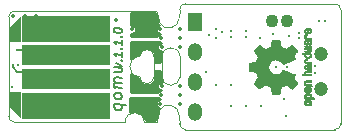
<source format=gbr>
%TF.GenerationSoftware,KiCad,Pcbnew,5.1.5+dfsg1-2~bpo10+1*%
%TF.CreationDate,2020-05-22T12:44:22+02:00*%
%TF.ProjectId,qomu-board,716f6d75-2d62-46f6-9172-642e6b696361,rev?*%
%TF.SameCoordinates,Original*%
%TF.FileFunction,Copper,L1,Top*%
%TF.FilePolarity,Positive*%
%FSLAX46Y46*%
G04 Gerber Fmt 4.6, Leading zero omitted, Abs format (unit mm)*
G04 Created by KiCad (PCBNEW 5.1.5+dfsg1-2~bpo10+1) date 2020-05-22 12:44:22 commit 5cfbf1f*
%MOMM*%
%LPD*%
G04 APERTURE LIST*
%ADD10C,0.150000*%
%ADD11C,0.050000*%
%ADD12C,0.010000*%
%ADD13C,1.200000*%
%ADD14C,1.100000*%
%ADD15O,1.250000X1.500000*%
%ADD16R,1.250000X1.500000*%
%ADD17R,7.500000X2.250000*%
%ADD18R,7.500000X1.750000*%
%ADD19C,0.100000*%
%ADD20R,1.000000X1.000000*%
%ADD21C,0.350000*%
%ADD22C,0.300000*%
%ADD23C,0.200000*%
%ADD24C,0.254000*%
%ADD25C,0.200000*%
%ADD26C,0.150000*%
%ADD27C,0.100000*%
G04 APERTURE END LIST*
D10*
X26150000Y-21826979D02*
X26616666Y-21718645D01*
X26150000Y-21493645D01*
X26550000Y-21276979D02*
X26583333Y-21247812D01*
X26616666Y-21285312D01*
X26583333Y-21314479D01*
X26550000Y-21276979D01*
X26616666Y-21285312D01*
X26616666Y-20585312D02*
X26616666Y-20985312D01*
X26616666Y-20785312D02*
X25916666Y-20697812D01*
X26016666Y-20776979D01*
X26083333Y-20851979D01*
X26116666Y-20922812D01*
X26550000Y-20276979D02*
X26583333Y-20247812D01*
X26616666Y-20285312D01*
X26583333Y-20314479D01*
X26550000Y-20276979D01*
X26616666Y-20285312D01*
X26616666Y-19585312D02*
X26616666Y-19985312D01*
X26616666Y-19785312D02*
X25916666Y-19697812D01*
X26016666Y-19776979D01*
X26083333Y-19851979D01*
X26116666Y-19922812D01*
X26550000Y-19276979D02*
X26583333Y-19247812D01*
X26616666Y-19285312D01*
X26583333Y-19314479D01*
X26550000Y-19276979D01*
X26616666Y-19285312D01*
X25916666Y-18731145D02*
X25916666Y-18664479D01*
X25950000Y-18601979D01*
X25983333Y-18572812D01*
X26050000Y-18547812D01*
X26183333Y-18531145D01*
X26350000Y-18551979D01*
X26483333Y-18601979D01*
X26550000Y-18643645D01*
X26583333Y-18681145D01*
X26616666Y-18751979D01*
X26616666Y-18818645D01*
X26583333Y-18881145D01*
X26550000Y-18910312D01*
X26483333Y-18935312D01*
X26350000Y-18951979D01*
X26183333Y-18931145D01*
X26050000Y-18881145D01*
X25983333Y-18839479D01*
X25950000Y-18801979D01*
X25916666Y-18731145D01*
X25960714Y-24943794D02*
X26960714Y-25068794D01*
X26579761Y-25021175D02*
X26627380Y-25122366D01*
X26627380Y-25312842D01*
X26579761Y-25402127D01*
X26532142Y-25443794D01*
X26436904Y-25479508D01*
X26151190Y-25443794D01*
X26055952Y-25384270D01*
X26008333Y-25330699D01*
X25960714Y-25229508D01*
X25960714Y-25039032D01*
X26008333Y-24949747D01*
X26627380Y-24408080D02*
X26579761Y-24497366D01*
X26532142Y-24539032D01*
X26436904Y-24574747D01*
X26151190Y-24539032D01*
X26055952Y-24479508D01*
X26008333Y-24425937D01*
X25960714Y-24324747D01*
X25960714Y-24181889D01*
X26008333Y-24092604D01*
X26055952Y-24050937D01*
X26151190Y-24015223D01*
X26436904Y-24050937D01*
X26532142Y-24110461D01*
X26579761Y-24164032D01*
X26627380Y-24265223D01*
X26627380Y-24408080D01*
X26627380Y-23646175D02*
X25960714Y-23562842D01*
X26055952Y-23574747D02*
X26008333Y-23521175D01*
X25960714Y-23419985D01*
X25960714Y-23277127D01*
X26008333Y-23187842D01*
X26103571Y-23152127D01*
X26627380Y-23217604D01*
X26103571Y-23152127D02*
X26008333Y-23092604D01*
X25960714Y-22991413D01*
X25960714Y-22848556D01*
X26008333Y-22759270D01*
X26103571Y-22723556D01*
X26627380Y-22789032D01*
X25960714Y-21800937D02*
X26627380Y-21884270D01*
X25960714Y-22229508D02*
X26484523Y-22294985D01*
X26579761Y-22259270D01*
X26627380Y-22169985D01*
X26627380Y-22027127D01*
X26579761Y-21925937D01*
X26532142Y-21872366D01*
D11*
X45150000Y-26630000D02*
G75*
G02X44650000Y-27130000I-500000J0D01*
G01*
X44650000Y-16480000D02*
G75*
G02X45150000Y-16980000I0J-500000D01*
G01*
X31515000Y-22680000D02*
X31515000Y-20920000D01*
X29744948Y-25590113D02*
G75*
G02X31492032Y-25994015I831536J-383648D01*
G01*
X30015000Y-22610000D02*
G75*
G03X31515000Y-22680000I750000J-35000D01*
G01*
X30015000Y-21130000D02*
X30015000Y-20990000D01*
X29745000Y-18010000D02*
G75*
G03X31492032Y-17605985I831484J383761D01*
G01*
X17525000Y-17100000D02*
X29525000Y-17100000D01*
X31492032Y-17605985D02*
X31500000Y-16980000D01*
X31500000Y-26630000D02*
X31492032Y-25994015D01*
X30015000Y-20990000D02*
G75*
G02X31515000Y-20920000I750000J35000D01*
G01*
X45150000Y-26630000D02*
X45150000Y-16980000D01*
X32000000Y-27130000D02*
X44650000Y-27130000D01*
X32000000Y-16480000D02*
X44650000Y-16480000D01*
X31500000Y-26630000D02*
G75*
G03X32000000Y-27130000I500000J0D01*
G01*
X31500000Y-16980000D02*
G75*
G02X32000000Y-16480000I500000J0D01*
G01*
X17025000Y-26000000D02*
G75*
G03X17525000Y-26500000I500000J0D01*
G01*
D12*
X29325000Y-22650000D02*
G75*
G02X28125000Y-22650000I-600000J0D01*
G01*
X29325000Y-20950000D02*
G75*
G03X28125000Y-20950000I-600000J0D01*
G01*
X28125000Y-20950000D02*
G75*
G03X28125000Y-22650000I0J-850000D01*
G01*
D11*
X28500000Y-26500000D02*
G75*
G03X26900000Y-26500000I-800000J0D01*
G01*
X28500000Y-26500000D02*
X29525000Y-26500000D01*
D12*
X29325000Y-20950000D02*
X29325000Y-22650000D01*
D11*
X17525000Y-17100000D02*
G75*
G03X17025000Y-17600000I0J-500000D01*
G01*
X17025000Y-17600000D02*
X17025000Y-26000000D01*
X17525000Y-26500000D02*
X26900000Y-26500000D01*
X30025000Y-21800000D02*
X30025000Y-21670000D01*
X30025000Y-21670000D02*
X30025000Y-21530000D01*
X30025000Y-21530000D02*
X30025000Y-21400000D01*
X30025000Y-21400000D02*
X30025000Y-21260000D01*
X30025000Y-21260000D02*
X30015000Y-21130000D01*
X29745000Y-18010000D02*
X29735000Y-17910000D01*
X29735000Y-17910000D02*
X29715000Y-17820000D01*
X29715000Y-17820000D02*
X29695000Y-17720000D01*
X29695000Y-17720000D02*
X29675000Y-17640000D01*
X29675000Y-17640000D02*
X29655000Y-17550000D01*
X29655000Y-17550000D02*
X29645000Y-17460000D01*
X29645000Y-17460000D02*
X29625000Y-17380000D01*
X29625000Y-17380000D02*
X29605000Y-17300000D01*
X29605000Y-17300000D02*
X29585000Y-17230000D01*
X29585000Y-17230000D02*
X29555000Y-17150000D01*
X29555000Y-17150000D02*
X29525000Y-17100000D01*
X29525000Y-26500000D02*
X29555000Y-26450000D01*
X29555000Y-26450000D02*
X29585000Y-26370000D01*
X29585000Y-26370000D02*
X29605000Y-26300000D01*
X29605000Y-26300000D02*
X29625000Y-26220000D01*
X29625000Y-26220000D02*
X29645000Y-26140000D01*
X29645000Y-26140000D02*
X29655000Y-26050000D01*
X29655000Y-26050000D02*
X29675000Y-25960000D01*
X29675000Y-25960000D02*
X29695000Y-25880000D01*
X29695000Y-25880000D02*
X29715000Y-25780000D01*
X29715000Y-25780000D02*
X29735000Y-25690000D01*
X29735000Y-25690000D02*
X29745000Y-25590000D01*
X30015000Y-22610000D02*
X30015000Y-22470000D01*
X30015000Y-22470000D02*
X30025000Y-22340000D01*
X30025000Y-22340000D02*
X30025000Y-22200000D01*
X30025000Y-22200000D02*
X30025000Y-22070000D01*
X30025000Y-22070000D02*
X30025000Y-21930000D01*
X30025000Y-21930000D02*
X30025000Y-21800000D01*
D12*
G36*
X42058752Y-19167400D02*
G01*
X42066334Y-19150052D01*
X42099128Y-19108644D01*
X42146547Y-19073235D01*
X42197151Y-19051336D01*
X42222098Y-19047771D01*
X42256927Y-19059721D01*
X42275357Y-19085933D01*
X42286516Y-19114036D01*
X42288572Y-19126905D01*
X42273649Y-19133171D01*
X42241175Y-19145544D01*
X42226502Y-19150972D01*
X42175744Y-19181410D01*
X42150427Y-19225480D01*
X42151206Y-19281990D01*
X42152203Y-19286175D01*
X42166507Y-19316345D01*
X42194393Y-19338524D01*
X42239287Y-19353673D01*
X42304615Y-19362750D01*
X42393804Y-19366714D01*
X42441261Y-19367086D01*
X42516071Y-19367270D01*
X42567069Y-19368478D01*
X42599471Y-19371691D01*
X42618495Y-19377891D01*
X42629356Y-19388060D01*
X42637272Y-19403181D01*
X42637670Y-19404054D01*
X42649981Y-19433172D01*
X42654514Y-19447597D01*
X42640809Y-19449814D01*
X42602925Y-19451711D01*
X42545715Y-19453153D01*
X42474027Y-19454002D01*
X42421565Y-19454171D01*
X42320047Y-19453308D01*
X42243032Y-19449930D01*
X42186023Y-19442858D01*
X42144526Y-19430912D01*
X42114043Y-19412910D01*
X42090080Y-19387673D01*
X42073355Y-19362753D01*
X42051097Y-19302829D01*
X42046076Y-19233089D01*
X42058752Y-19167400D01*
G37*
X42058752Y-19167400D02*
X42066334Y-19150052D01*
X42099128Y-19108644D01*
X42146547Y-19073235D01*
X42197151Y-19051336D01*
X42222098Y-19047771D01*
X42256927Y-19059721D01*
X42275357Y-19085933D01*
X42286516Y-19114036D01*
X42288572Y-19126905D01*
X42273649Y-19133171D01*
X42241175Y-19145544D01*
X42226502Y-19150972D01*
X42175744Y-19181410D01*
X42150427Y-19225480D01*
X42151206Y-19281990D01*
X42152203Y-19286175D01*
X42166507Y-19316345D01*
X42194393Y-19338524D01*
X42239287Y-19353673D01*
X42304615Y-19362750D01*
X42393804Y-19366714D01*
X42441261Y-19367086D01*
X42516071Y-19367270D01*
X42567069Y-19368478D01*
X42599471Y-19371691D01*
X42618495Y-19377891D01*
X42629356Y-19388060D01*
X42637272Y-19403181D01*
X42637670Y-19404054D01*
X42649981Y-19433172D01*
X42654514Y-19447597D01*
X42640809Y-19449814D01*
X42602925Y-19451711D01*
X42545715Y-19453153D01*
X42474027Y-19454002D01*
X42421565Y-19454171D01*
X42320047Y-19453308D01*
X42243032Y-19449930D01*
X42186023Y-19442858D01*
X42144526Y-19430912D01*
X42114043Y-19412910D01*
X42090080Y-19387673D01*
X42073355Y-19362753D01*
X42051097Y-19302829D01*
X42046076Y-19233089D01*
X42058752Y-19167400D01*
G36*
X41951289Y-22444114D02*
G01*
X42010613Y-22439861D01*
X42045572Y-22434975D01*
X42060820Y-22428205D01*
X42061015Y-22418298D01*
X42059195Y-22415086D01*
X42046015Y-22372356D01*
X42046785Y-22316773D01*
X42060333Y-22260263D01*
X42077861Y-22224918D01*
X42105861Y-22188679D01*
X42137549Y-22162187D01*
X42177813Y-22144001D01*
X42231543Y-22132678D01*
X42303626Y-22126778D01*
X42398951Y-22124857D01*
X42417237Y-22124823D01*
X42622646Y-22124800D01*
X42638580Y-22170509D01*
X42649420Y-22202973D01*
X42654468Y-22220785D01*
X42654514Y-22221309D01*
X42640828Y-22223063D01*
X42603076Y-22224556D01*
X42546224Y-22225674D01*
X42475234Y-22226303D01*
X42432073Y-22226400D01*
X42346973Y-22226602D01*
X42285981Y-22227642D01*
X42244177Y-22230169D01*
X42216642Y-22234836D01*
X42198456Y-22242293D01*
X42184698Y-22253189D01*
X42178073Y-22259993D01*
X42151375Y-22306728D01*
X42149375Y-22357728D01*
X42171955Y-22403999D01*
X42180107Y-22412556D01*
X42195436Y-22425107D01*
X42213618Y-22433812D01*
X42239909Y-22439369D01*
X42279562Y-22442474D01*
X42337832Y-22443824D01*
X42418173Y-22444114D01*
X42622646Y-22444114D01*
X42638580Y-22489823D01*
X42649420Y-22522287D01*
X42654468Y-22540099D01*
X42654514Y-22540623D01*
X42640623Y-22541963D01*
X42601439Y-22543172D01*
X42540700Y-22544199D01*
X42462141Y-22544998D01*
X42369498Y-22545519D01*
X42266509Y-22545714D01*
X41869342Y-22545714D01*
X41849444Y-22498543D01*
X41829547Y-22451371D01*
X41951289Y-22444114D01*
G37*
X41951289Y-22444114D02*
X42010613Y-22439861D01*
X42045572Y-22434975D01*
X42060820Y-22428205D01*
X42061015Y-22418298D01*
X42059195Y-22415086D01*
X42046015Y-22372356D01*
X42046785Y-22316773D01*
X42060333Y-22260263D01*
X42077861Y-22224918D01*
X42105861Y-22188679D01*
X42137549Y-22162187D01*
X42177813Y-22144001D01*
X42231543Y-22132678D01*
X42303626Y-22126778D01*
X42398951Y-22124857D01*
X42417237Y-22124823D01*
X42622646Y-22124800D01*
X42638580Y-22170509D01*
X42649420Y-22202973D01*
X42654468Y-22220785D01*
X42654514Y-22221309D01*
X42640828Y-22223063D01*
X42603076Y-22224556D01*
X42546224Y-22225674D01*
X42475234Y-22226303D01*
X42432073Y-22226400D01*
X42346973Y-22226602D01*
X42285981Y-22227642D01*
X42244177Y-22230169D01*
X42216642Y-22234836D01*
X42198456Y-22242293D01*
X42184698Y-22253189D01*
X42178073Y-22259993D01*
X42151375Y-22306728D01*
X42149375Y-22357728D01*
X42171955Y-22403999D01*
X42180107Y-22412556D01*
X42195436Y-22425107D01*
X42213618Y-22433812D01*
X42239909Y-22439369D01*
X42279562Y-22442474D01*
X42337832Y-22443824D01*
X42418173Y-22444114D01*
X42622646Y-22444114D01*
X42638580Y-22489823D01*
X42649420Y-22522287D01*
X42654468Y-22540099D01*
X42654514Y-22540623D01*
X42640623Y-22541963D01*
X42601439Y-22543172D01*
X42540700Y-22544199D01*
X42462141Y-22544998D01*
X42369498Y-22545519D01*
X42266509Y-22545714D01*
X41869342Y-22545714D01*
X41849444Y-22498543D01*
X41829547Y-22451371D01*
X41951289Y-22444114D01*
G36*
X42058663Y-20040167D02*
G01*
X42096850Y-20037952D01*
X42154886Y-20036216D01*
X42228180Y-20035101D01*
X42305055Y-20034743D01*
X42565196Y-20034743D01*
X42611127Y-20080674D01*
X42639429Y-20112325D01*
X42650893Y-20140110D01*
X42650168Y-20178085D01*
X42648321Y-20193160D01*
X42642948Y-20240274D01*
X42639869Y-20279244D01*
X42639585Y-20288743D01*
X42641445Y-20320767D01*
X42646114Y-20366568D01*
X42648321Y-20384326D01*
X42651735Y-20427943D01*
X42644320Y-20457255D01*
X42621427Y-20486320D01*
X42611127Y-20496812D01*
X42565196Y-20542743D01*
X42078602Y-20542743D01*
X42061758Y-20505774D01*
X42049282Y-20473941D01*
X42044914Y-20455317D01*
X42058718Y-20450542D01*
X42097286Y-20446079D01*
X42156356Y-20442225D01*
X42231663Y-20439278D01*
X42295286Y-20437857D01*
X42545657Y-20433886D01*
X42550556Y-20399241D01*
X42547131Y-20367732D01*
X42536041Y-20352292D01*
X42515308Y-20347977D01*
X42471145Y-20344292D01*
X42409146Y-20341531D01*
X42334909Y-20339988D01*
X42296706Y-20339765D01*
X42076783Y-20339543D01*
X42060849Y-20293834D01*
X42050015Y-20261482D01*
X42044962Y-20243885D01*
X42044914Y-20243377D01*
X42058648Y-20241612D01*
X42096730Y-20239671D01*
X42154482Y-20237718D01*
X42227227Y-20235916D01*
X42295286Y-20234657D01*
X42545657Y-20230686D01*
X42545657Y-20143600D01*
X42317240Y-20139604D01*
X42088822Y-20135608D01*
X42066868Y-20093153D01*
X42051793Y-20061808D01*
X42044951Y-20043256D01*
X42044914Y-20042721D01*
X42058663Y-20040167D01*
G37*
X42058663Y-20040167D02*
X42096850Y-20037952D01*
X42154886Y-20036216D01*
X42228180Y-20035101D01*
X42305055Y-20034743D01*
X42565196Y-20034743D01*
X42611127Y-20080674D01*
X42639429Y-20112325D01*
X42650893Y-20140110D01*
X42650168Y-20178085D01*
X42648321Y-20193160D01*
X42642948Y-20240274D01*
X42639869Y-20279244D01*
X42639585Y-20288743D01*
X42641445Y-20320767D01*
X42646114Y-20366568D01*
X42648321Y-20384326D01*
X42651735Y-20427943D01*
X42644320Y-20457255D01*
X42621427Y-20486320D01*
X42611127Y-20496812D01*
X42565196Y-20542743D01*
X42078602Y-20542743D01*
X42061758Y-20505774D01*
X42049282Y-20473941D01*
X42044914Y-20455317D01*
X42058718Y-20450542D01*
X42097286Y-20446079D01*
X42156356Y-20442225D01*
X42231663Y-20439278D01*
X42295286Y-20437857D01*
X42545657Y-20433886D01*
X42550556Y-20399241D01*
X42547131Y-20367732D01*
X42536041Y-20352292D01*
X42515308Y-20347977D01*
X42471145Y-20344292D01*
X42409146Y-20341531D01*
X42334909Y-20339988D01*
X42296706Y-20339765D01*
X42076783Y-20339543D01*
X42060849Y-20293834D01*
X42050015Y-20261482D01*
X42044962Y-20243885D01*
X42044914Y-20243377D01*
X42058648Y-20241612D01*
X42096730Y-20239671D01*
X42154482Y-20237718D01*
X42227227Y-20235916D01*
X42295286Y-20234657D01*
X42545657Y-20230686D01*
X42545657Y-20143600D01*
X42317240Y-20139604D01*
X42088822Y-20135608D01*
X42066868Y-20093153D01*
X42051793Y-20061808D01*
X42044951Y-20043256D01*
X42044914Y-20042721D01*
X42058663Y-20040167D01*
G36*
X42056335Y-19675124D02*
G01*
X42075344Y-19633333D01*
X42098378Y-19600531D01*
X42124133Y-19576497D01*
X42157358Y-19559903D01*
X42202800Y-19549423D01*
X42265207Y-19543729D01*
X42349327Y-19541493D01*
X42404721Y-19541257D01*
X42620826Y-19541257D01*
X42637670Y-19578226D01*
X42649981Y-19607344D01*
X42654514Y-19621769D01*
X42641025Y-19624528D01*
X42604653Y-19626718D01*
X42551542Y-19628058D01*
X42509372Y-19628343D01*
X42448447Y-19629566D01*
X42400115Y-19632864D01*
X42370518Y-19637679D01*
X42364229Y-19641504D01*
X42370652Y-19667217D01*
X42387125Y-19707582D01*
X42409458Y-19754321D01*
X42433457Y-19799155D01*
X42454930Y-19833807D01*
X42469685Y-19849998D01*
X42469845Y-19850062D01*
X42497152Y-19848670D01*
X42523219Y-19836182D01*
X42544392Y-19814257D01*
X42551474Y-19782257D01*
X42550649Y-19754908D01*
X42550042Y-19716174D01*
X42559116Y-19695842D01*
X42583092Y-19683631D01*
X42587613Y-19682091D01*
X42621806Y-19676797D01*
X42642568Y-19690953D01*
X42652462Y-19727852D01*
X42654292Y-19767711D01*
X42640727Y-19839438D01*
X42621355Y-19876568D01*
X42575845Y-19922424D01*
X42519983Y-19946744D01*
X42460957Y-19948927D01*
X42405953Y-19928371D01*
X42371486Y-19897451D01*
X42352189Y-19866580D01*
X42327759Y-19818058D01*
X42302985Y-19761515D01*
X42299199Y-19752090D01*
X42271791Y-19689981D01*
X42247634Y-19654178D01*
X42223619Y-19642663D01*
X42196635Y-19653420D01*
X42175543Y-19671886D01*
X42149572Y-19715531D01*
X42147624Y-19763554D01*
X42167637Y-19807594D01*
X42207551Y-19839291D01*
X42217848Y-19843451D01*
X42255724Y-19867673D01*
X42283842Y-19903035D01*
X42306917Y-19947657D01*
X42241485Y-19947657D01*
X42201506Y-19945031D01*
X42169997Y-19933770D01*
X42136378Y-19908801D01*
X42110484Y-19884831D01*
X42073817Y-19847559D01*
X42054121Y-19818599D01*
X42046220Y-19787495D01*
X42044914Y-19752287D01*
X42056335Y-19675124D01*
G37*
X42056335Y-19675124D02*
X42075344Y-19633333D01*
X42098378Y-19600531D01*
X42124133Y-19576497D01*
X42157358Y-19559903D01*
X42202800Y-19549423D01*
X42265207Y-19543729D01*
X42349327Y-19541493D01*
X42404721Y-19541257D01*
X42620826Y-19541257D01*
X42637670Y-19578226D01*
X42649981Y-19607344D01*
X42654514Y-19621769D01*
X42641025Y-19624528D01*
X42604653Y-19626718D01*
X42551542Y-19628058D01*
X42509372Y-19628343D01*
X42448447Y-19629566D01*
X42400115Y-19632864D01*
X42370518Y-19637679D01*
X42364229Y-19641504D01*
X42370652Y-19667217D01*
X42387125Y-19707582D01*
X42409458Y-19754321D01*
X42433457Y-19799155D01*
X42454930Y-19833807D01*
X42469685Y-19849998D01*
X42469845Y-19850062D01*
X42497152Y-19848670D01*
X42523219Y-19836182D01*
X42544392Y-19814257D01*
X42551474Y-19782257D01*
X42550649Y-19754908D01*
X42550042Y-19716174D01*
X42559116Y-19695842D01*
X42583092Y-19683631D01*
X42587613Y-19682091D01*
X42621806Y-19676797D01*
X42642568Y-19690953D01*
X42652462Y-19727852D01*
X42654292Y-19767711D01*
X42640727Y-19839438D01*
X42621355Y-19876568D01*
X42575845Y-19922424D01*
X42519983Y-19946744D01*
X42460957Y-19948927D01*
X42405953Y-19928371D01*
X42371486Y-19897451D01*
X42352189Y-19866580D01*
X42327759Y-19818058D01*
X42302985Y-19761515D01*
X42299199Y-19752090D01*
X42271791Y-19689981D01*
X42247634Y-19654178D01*
X42223619Y-19642663D01*
X42196635Y-19653420D01*
X42175543Y-19671886D01*
X42149572Y-19715531D01*
X42147624Y-19763554D01*
X42167637Y-19807594D01*
X42207551Y-19839291D01*
X42217848Y-19843451D01*
X42255724Y-19867673D01*
X42283842Y-19903035D01*
X42306917Y-19947657D01*
X42241485Y-19947657D01*
X42201506Y-19945031D01*
X42169997Y-19933770D01*
X42136378Y-19908801D01*
X42110484Y-19884831D01*
X42073817Y-19847559D01*
X42054121Y-19818599D01*
X42046220Y-19787495D01*
X42044914Y-19752287D01*
X42056335Y-19675124D01*
G36*
X42049755Y-21290074D02*
G01*
X42074084Y-21224142D01*
X42117117Y-21170727D01*
X42147409Y-21149836D01*
X42202994Y-21127061D01*
X42243186Y-21127534D01*
X42270217Y-21151438D01*
X42274813Y-21160283D01*
X42289144Y-21198470D01*
X42285472Y-21217972D01*
X42261407Y-21224578D01*
X42248114Y-21224914D01*
X42199210Y-21237008D01*
X42164999Y-21268529D01*
X42148476Y-21312341D01*
X42152634Y-21361305D01*
X42174227Y-21401106D01*
X42186544Y-21414550D01*
X42201487Y-21424079D01*
X42224075Y-21430515D01*
X42259328Y-21434683D01*
X42312266Y-21437403D01*
X42387907Y-21439498D01*
X42411857Y-21440040D01*
X42493790Y-21442019D01*
X42551455Y-21444269D01*
X42589608Y-21447643D01*
X42613004Y-21452994D01*
X42626398Y-21461176D01*
X42634545Y-21473041D01*
X42638144Y-21480638D01*
X42650452Y-21512898D01*
X42654514Y-21531889D01*
X42640948Y-21538164D01*
X42599934Y-21541994D01*
X42530999Y-21543400D01*
X42433669Y-21542402D01*
X42418657Y-21542092D01*
X42329859Y-21539899D01*
X42265019Y-21537307D01*
X42219067Y-21533618D01*
X42186935Y-21528136D01*
X42163553Y-21520165D01*
X42143852Y-21509007D01*
X42135410Y-21503170D01*
X42098057Y-21469704D01*
X42069003Y-21432273D01*
X42066467Y-21427691D01*
X42046443Y-21360574D01*
X42049755Y-21290074D01*
G37*
X42049755Y-21290074D02*
X42074084Y-21224142D01*
X42117117Y-21170727D01*
X42147409Y-21149836D01*
X42202994Y-21127061D01*
X42243186Y-21127534D01*
X42270217Y-21151438D01*
X42274813Y-21160283D01*
X42289144Y-21198470D01*
X42285472Y-21217972D01*
X42261407Y-21224578D01*
X42248114Y-21224914D01*
X42199210Y-21237008D01*
X42164999Y-21268529D01*
X42148476Y-21312341D01*
X42152634Y-21361305D01*
X42174227Y-21401106D01*
X42186544Y-21414550D01*
X42201487Y-21424079D01*
X42224075Y-21430515D01*
X42259328Y-21434683D01*
X42312266Y-21437403D01*
X42387907Y-21439498D01*
X42411857Y-21440040D01*
X42493790Y-21442019D01*
X42551455Y-21444269D01*
X42589608Y-21447643D01*
X42613004Y-21452994D01*
X42626398Y-21461176D01*
X42634545Y-21473041D01*
X42638144Y-21480638D01*
X42650452Y-21512898D01*
X42654514Y-21531889D01*
X42640948Y-21538164D01*
X42599934Y-21541994D01*
X42530999Y-21543400D01*
X42433669Y-21542402D01*
X42418657Y-21542092D01*
X42329859Y-21539899D01*
X42265019Y-21537307D01*
X42219067Y-21533618D01*
X42186935Y-21528136D01*
X42163553Y-21520165D01*
X42143852Y-21509007D01*
X42135410Y-21503170D01*
X42098057Y-21469704D01*
X42069003Y-21432273D01*
X42066467Y-21427691D01*
X42046443Y-21360574D01*
X42049755Y-21290074D01*
G36*
X42021962Y-24778885D02*
G01*
X42057733Y-24710855D01*
X42115301Y-24660649D01*
X42152312Y-24642815D01*
X42207882Y-24628937D01*
X42278096Y-24621833D01*
X42354727Y-24621160D01*
X42429552Y-24626573D01*
X42494342Y-24637730D01*
X42540873Y-24654286D01*
X42548887Y-24659374D01*
X42608707Y-24719645D01*
X42644535Y-24791231D01*
X42655020Y-24868908D01*
X42638810Y-24947452D01*
X42629092Y-24969311D01*
X42599143Y-25011878D01*
X42559433Y-25049237D01*
X42554397Y-25052768D01*
X42530124Y-25067119D01*
X42504178Y-25076606D01*
X42470022Y-25082210D01*
X42421119Y-25084914D01*
X42350935Y-25085701D01*
X42335200Y-25085714D01*
X42330192Y-25085678D01*
X42330192Y-24940571D01*
X42396430Y-24939727D01*
X42440386Y-24936404D01*
X42468779Y-24929417D01*
X42488325Y-24917584D01*
X42494857Y-24911543D01*
X42519680Y-24876814D01*
X42518548Y-24843097D01*
X42497016Y-24809005D01*
X42474029Y-24788671D01*
X42440478Y-24776629D01*
X42387569Y-24769866D01*
X42381399Y-24769402D01*
X42285513Y-24768248D01*
X42214299Y-24780312D01*
X42168194Y-24805430D01*
X42147635Y-24843440D01*
X42146514Y-24857008D01*
X42152152Y-24892636D01*
X42171686Y-24917006D01*
X42209042Y-24931907D01*
X42268150Y-24939125D01*
X42330192Y-24940571D01*
X42330192Y-25085678D01*
X42260413Y-25085174D01*
X42208159Y-25082904D01*
X42171949Y-25077932D01*
X42145299Y-25069287D01*
X42121722Y-25055995D01*
X42117338Y-25053057D01*
X42058249Y-25003687D01*
X42023947Y-24949891D01*
X42010331Y-24884398D01*
X42009665Y-24862158D01*
X42021962Y-24778885D01*
G37*
X42021962Y-24778885D02*
X42057733Y-24710855D01*
X42115301Y-24660649D01*
X42152312Y-24642815D01*
X42207882Y-24628937D01*
X42278096Y-24621833D01*
X42354727Y-24621160D01*
X42429552Y-24626573D01*
X42494342Y-24637730D01*
X42540873Y-24654286D01*
X42548887Y-24659374D01*
X42608707Y-24719645D01*
X42644535Y-24791231D01*
X42655020Y-24868908D01*
X42638810Y-24947452D01*
X42629092Y-24969311D01*
X42599143Y-25011878D01*
X42559433Y-25049237D01*
X42554397Y-25052768D01*
X42530124Y-25067119D01*
X42504178Y-25076606D01*
X42470022Y-25082210D01*
X42421119Y-25084914D01*
X42350935Y-25085701D01*
X42335200Y-25085714D01*
X42330192Y-25085678D01*
X42330192Y-24940571D01*
X42396430Y-24939727D01*
X42440386Y-24936404D01*
X42468779Y-24929417D01*
X42488325Y-24917584D01*
X42494857Y-24911543D01*
X42519680Y-24876814D01*
X42518548Y-24843097D01*
X42497016Y-24809005D01*
X42474029Y-24788671D01*
X42440478Y-24776629D01*
X42387569Y-24769866D01*
X42381399Y-24769402D01*
X42285513Y-24768248D01*
X42214299Y-24780312D01*
X42168194Y-24805430D01*
X42147635Y-24843440D01*
X42146514Y-24857008D01*
X42152152Y-24892636D01*
X42171686Y-24917006D01*
X42209042Y-24931907D01*
X42268150Y-24939125D01*
X42330192Y-24940571D01*
X42330192Y-25085678D01*
X42260413Y-25085174D01*
X42208159Y-25082904D01*
X42171949Y-25077932D01*
X42145299Y-25069287D01*
X42121722Y-25055995D01*
X42117338Y-25053057D01*
X42058249Y-25003687D01*
X42023947Y-24949891D01*
X42010331Y-24884398D01*
X42009665Y-24862158D01*
X42021962Y-24778885D01*
G36*
X42050968Y-21780256D02*
G01*
X42072087Y-21723384D01*
X42072493Y-21722733D01*
X42098380Y-21687560D01*
X42128633Y-21661593D01*
X42168058Y-21643330D01*
X42221462Y-21631268D01*
X42293651Y-21623904D01*
X42389432Y-21619736D01*
X42403078Y-21619371D01*
X42608842Y-21614124D01*
X42631678Y-21658284D01*
X42647110Y-21690237D01*
X42654423Y-21709530D01*
X42654514Y-21710422D01*
X42641022Y-21713761D01*
X42604626Y-21716413D01*
X42551452Y-21718044D01*
X42508393Y-21718400D01*
X42438641Y-21718408D01*
X42394837Y-21721597D01*
X42373944Y-21732712D01*
X42372925Y-21756499D01*
X42388741Y-21797704D01*
X42417815Y-21859914D01*
X42441963Y-21905659D01*
X42462913Y-21929187D01*
X42485747Y-21936104D01*
X42486877Y-21936114D01*
X42526212Y-21924701D01*
X42547462Y-21890908D01*
X42550539Y-21839191D01*
X42550006Y-21801939D01*
X42560735Y-21782297D01*
X42586505Y-21770048D01*
X42619337Y-21762998D01*
X42637966Y-21773158D01*
X42640632Y-21776983D01*
X42651340Y-21812999D01*
X42652856Y-21863434D01*
X42645759Y-21915374D01*
X42632788Y-21952178D01*
X42589585Y-22003062D01*
X42529446Y-22031986D01*
X42482462Y-22037714D01*
X42440082Y-22033343D01*
X42405488Y-22017525D01*
X42374763Y-21986203D01*
X42343990Y-21935322D01*
X42309252Y-21860824D01*
X42307288Y-21856286D01*
X42276287Y-21789179D01*
X42250862Y-21747768D01*
X42228014Y-21730019D01*
X42204745Y-21733893D01*
X42178056Y-21757357D01*
X42171914Y-21764373D01*
X42148100Y-21811370D01*
X42149103Y-21860067D01*
X42172451Y-21902478D01*
X42215675Y-21930616D01*
X42224160Y-21933231D01*
X42265308Y-21958692D01*
X42285128Y-21990999D01*
X42304770Y-22037714D01*
X42253950Y-22037714D01*
X42180082Y-22023504D01*
X42112327Y-21981325D01*
X42089661Y-21959376D01*
X42060569Y-21909483D01*
X42047400Y-21846033D01*
X42050968Y-21780256D01*
G37*
X42050968Y-21780256D02*
X42072087Y-21723384D01*
X42072493Y-21722733D01*
X42098380Y-21687560D01*
X42128633Y-21661593D01*
X42168058Y-21643330D01*
X42221462Y-21631268D01*
X42293651Y-21623904D01*
X42389432Y-21619736D01*
X42403078Y-21619371D01*
X42608842Y-21614124D01*
X42631678Y-21658284D01*
X42647110Y-21690237D01*
X42654423Y-21709530D01*
X42654514Y-21710422D01*
X42641022Y-21713761D01*
X42604626Y-21716413D01*
X42551452Y-21718044D01*
X42508393Y-21718400D01*
X42438641Y-21718408D01*
X42394837Y-21721597D01*
X42373944Y-21732712D01*
X42372925Y-21756499D01*
X42388741Y-21797704D01*
X42417815Y-21859914D01*
X42441963Y-21905659D01*
X42462913Y-21929187D01*
X42485747Y-21936104D01*
X42486877Y-21936114D01*
X42526212Y-21924701D01*
X42547462Y-21890908D01*
X42550539Y-21839191D01*
X42550006Y-21801939D01*
X42560735Y-21782297D01*
X42586505Y-21770048D01*
X42619337Y-21762998D01*
X42637966Y-21773158D01*
X42640632Y-21776983D01*
X42651340Y-21812999D01*
X42652856Y-21863434D01*
X42645759Y-21915374D01*
X42632788Y-21952178D01*
X42589585Y-22003062D01*
X42529446Y-22031986D01*
X42482462Y-22037714D01*
X42440082Y-22033343D01*
X42405488Y-22017525D01*
X42374763Y-21986203D01*
X42343990Y-21935322D01*
X42309252Y-21860824D01*
X42307288Y-21856286D01*
X42276287Y-21789179D01*
X42250862Y-21747768D01*
X42228014Y-21730019D01*
X42204745Y-21733893D01*
X42178056Y-21757357D01*
X42171914Y-21764373D01*
X42148100Y-21811370D01*
X42149103Y-21860067D01*
X42172451Y-21902478D01*
X42215675Y-21930616D01*
X42224160Y-21933231D01*
X42265308Y-21958692D01*
X42285128Y-21990999D01*
X42304770Y-22037714D01*
X42253950Y-22037714D01*
X42180082Y-22023504D01*
X42112327Y-21981325D01*
X42089661Y-21959376D01*
X42060569Y-21909483D01*
X42047400Y-21846033D01*
X42050968Y-21780256D01*
G36*
X37342348Y-21716090D02*
G01*
X37342778Y-21637546D01*
X37343942Y-21580702D01*
X37346207Y-21541895D01*
X37349940Y-21517462D01*
X37355506Y-21503738D01*
X37363273Y-21497060D01*
X37373605Y-21493764D01*
X37374943Y-21493444D01*
X37399079Y-21488438D01*
X37446701Y-21479171D01*
X37512741Y-21466608D01*
X37592128Y-21451713D01*
X37679796Y-21435449D01*
X37682875Y-21434881D01*
X37768789Y-21418590D01*
X37844696Y-21403348D01*
X37906045Y-21390139D01*
X37948282Y-21379946D01*
X37966855Y-21373752D01*
X37967184Y-21373457D01*
X37976253Y-21355212D01*
X37991367Y-21317595D01*
X38009262Y-21268729D01*
X38009358Y-21268457D01*
X38032493Y-21206907D01*
X38061965Y-21134343D01*
X38091597Y-21065943D01*
X38093062Y-21062706D01*
X38143626Y-20951298D01*
X37975160Y-20704601D01*
X37923803Y-20628923D01*
X37877889Y-20560369D01*
X37840030Y-20502912D01*
X37812837Y-20460524D01*
X37798921Y-20437175D01*
X37797889Y-20434958D01*
X37802484Y-20417990D01*
X37824655Y-20386299D01*
X37865447Y-20338648D01*
X37925905Y-20273802D01*
X37990227Y-20207603D01*
X38053612Y-20143786D01*
X38111451Y-20086671D01*
X38160175Y-20039695D01*
X38196210Y-20006297D01*
X38215984Y-19989915D01*
X38217002Y-19989306D01*
X38230572Y-19987495D01*
X38252733Y-19994317D01*
X38286478Y-20011460D01*
X38334800Y-20040607D01*
X38400692Y-20083445D01*
X38485517Y-20140552D01*
X38560177Y-20191234D01*
X38627140Y-20236539D01*
X38682516Y-20273850D01*
X38722420Y-20300548D01*
X38742962Y-20314015D01*
X38744356Y-20314863D01*
X38764038Y-20313219D01*
X38802293Y-20300755D01*
X38851889Y-20279952D01*
X38867728Y-20272538D01*
X38938290Y-20240186D01*
X39018353Y-20205672D01*
X39087629Y-20177635D01*
X39139045Y-20157432D01*
X39178119Y-20141385D01*
X39198541Y-20132112D01*
X39200114Y-20130959D01*
X39202721Y-20113904D01*
X39209863Y-20073702D01*
X39220523Y-20015698D01*
X39233685Y-19945237D01*
X39248333Y-19867665D01*
X39263449Y-19788328D01*
X39278018Y-19712569D01*
X39291022Y-19645736D01*
X39301445Y-19593172D01*
X39308270Y-19560224D01*
X39310199Y-19552143D01*
X39314962Y-19543795D01*
X39325718Y-19537494D01*
X39346098Y-19532955D01*
X39379734Y-19529896D01*
X39430255Y-19528033D01*
X39501292Y-19527082D01*
X39596476Y-19526760D01*
X39635492Y-19526743D01*
X39952799Y-19526743D01*
X39967839Y-19602943D01*
X39975995Y-19645337D01*
X39987899Y-19708600D01*
X40002116Y-19785038D01*
X40017210Y-19866957D01*
X40021355Y-19889600D01*
X40036053Y-19965194D01*
X40050505Y-20031047D01*
X40063375Y-20081634D01*
X40073322Y-20111426D01*
X40076287Y-20116388D01*
X40097283Y-20128574D01*
X40137967Y-20146047D01*
X40190322Y-20165423D01*
X40201600Y-20169266D01*
X40271523Y-20194661D01*
X40350418Y-20226183D01*
X40421266Y-20257031D01*
X40421595Y-20257183D01*
X40532733Y-20308553D01*
X40781253Y-20139601D01*
X41029772Y-19970648D01*
X41247058Y-20187571D01*
X41311726Y-20253181D01*
X41368733Y-20313021D01*
X41415033Y-20363733D01*
X41447584Y-20401954D01*
X41463343Y-20424325D01*
X41464343Y-20427534D01*
X41456469Y-20446374D01*
X41434578Y-20484820D01*
X41401267Y-20538670D01*
X41359131Y-20603724D01*
X41311943Y-20674060D01*
X41263810Y-20745445D01*
X41221928Y-20809092D01*
X41188871Y-20860959D01*
X41167218Y-20897005D01*
X41159543Y-20913133D01*
X41166037Y-20932811D01*
X41183150Y-20970125D01*
X41207326Y-21017379D01*
X41210013Y-21022388D01*
X41241927Y-21086023D01*
X41257579Y-21129659D01*
X41257745Y-21156798D01*
X41243204Y-21170943D01*
X41243000Y-21171025D01*
X41225779Y-21178095D01*
X41184899Y-21194958D01*
X41123525Y-21220305D01*
X41044819Y-21252829D01*
X40951947Y-21291222D01*
X40848072Y-21334178D01*
X40747502Y-21375778D01*
X40636516Y-21421496D01*
X40533703Y-21463474D01*
X40442215Y-21500452D01*
X40365201Y-21531173D01*
X40305815Y-21554378D01*
X40267209Y-21568810D01*
X40252800Y-21573257D01*
X40236272Y-21562104D01*
X40209930Y-21532931D01*
X40180887Y-21494029D01*
X40089039Y-21383243D01*
X39983759Y-21296649D01*
X39867266Y-21235284D01*
X39741776Y-21200185D01*
X39609507Y-21192392D01*
X39548457Y-21198057D01*
X39421795Y-21228922D01*
X39309941Y-21282080D01*
X39214001Y-21354233D01*
X39135076Y-21442083D01*
X39074270Y-21542335D01*
X39032687Y-21651690D01*
X39011428Y-21766853D01*
X39011599Y-21884525D01*
X39034301Y-22001410D01*
X39080638Y-22114211D01*
X39151713Y-22219631D01*
X39191911Y-22263632D01*
X39295129Y-22348021D01*
X39407925Y-22406778D01*
X39527010Y-22440296D01*
X39649095Y-22448965D01*
X39770893Y-22433177D01*
X39889116Y-22393322D01*
X40000475Y-22329793D01*
X40101684Y-22242979D01*
X40180887Y-22145971D01*
X40211162Y-22105563D01*
X40237219Y-22077018D01*
X40252825Y-22066743D01*
X40269843Y-22072123D01*
X40310500Y-22087425D01*
X40371642Y-22111388D01*
X40450119Y-22142756D01*
X40542780Y-22180268D01*
X40646472Y-22222667D01*
X40747526Y-22264337D01*
X40858607Y-22310310D01*
X40961541Y-22352893D01*
X41053165Y-22390779D01*
X41130316Y-22422660D01*
X41189831Y-22447229D01*
X41228544Y-22463180D01*
X41243000Y-22469090D01*
X41257685Y-22483052D01*
X41257642Y-22510060D01*
X41242099Y-22553587D01*
X41210284Y-22617110D01*
X41210013Y-22617612D01*
X41185323Y-22665440D01*
X41167338Y-22704103D01*
X41159614Y-22725905D01*
X41159543Y-22726867D01*
X41167378Y-22743279D01*
X41189165Y-22779513D01*
X41222328Y-22831526D01*
X41264291Y-22895275D01*
X41311943Y-22965940D01*
X41360191Y-23037884D01*
X41402151Y-23102726D01*
X41435227Y-23156265D01*
X41456821Y-23194303D01*
X41464343Y-23212467D01*
X41454457Y-23229192D01*
X41426826Y-23262820D01*
X41384495Y-23309990D01*
X41330505Y-23367342D01*
X41267899Y-23431516D01*
X41246983Y-23452503D01*
X41029623Y-23669501D01*
X40787220Y-23504332D01*
X40712781Y-23454136D01*
X40645972Y-23410081D01*
X40590665Y-23374638D01*
X40550729Y-23350281D01*
X40530036Y-23339478D01*
X40528563Y-23339162D01*
X40509058Y-23344857D01*
X40469822Y-23360174D01*
X40417430Y-23382463D01*
X40382355Y-23398107D01*
X40315201Y-23427359D01*
X40247358Y-23454906D01*
X40190034Y-23476263D01*
X40172572Y-23482065D01*
X40125938Y-23498548D01*
X40089905Y-23514660D01*
X40076287Y-23523510D01*
X40067952Y-23543040D01*
X40056137Y-23585666D01*
X40042181Y-23645855D01*
X40027422Y-23718078D01*
X40021355Y-23750400D01*
X40006273Y-23832478D01*
X39991669Y-23911205D01*
X39978980Y-23978891D01*
X39969642Y-24027840D01*
X39967839Y-24037057D01*
X39952799Y-24113257D01*
X39635492Y-24113257D01*
X39531154Y-24113086D01*
X39452213Y-24112384D01*
X39395038Y-24110866D01*
X39355999Y-24108251D01*
X39331465Y-24104254D01*
X39317805Y-24098591D01*
X39311389Y-24090980D01*
X39310199Y-24087857D01*
X39305980Y-24069022D01*
X39297562Y-24027412D01*
X39285961Y-23968370D01*
X39272195Y-23897243D01*
X39257280Y-23819375D01*
X39242232Y-23740113D01*
X39228069Y-23664802D01*
X39215806Y-23598787D01*
X39206461Y-23547413D01*
X39201050Y-23516025D01*
X39200114Y-23509041D01*
X39187596Y-23502715D01*
X39154246Y-23488710D01*
X39106377Y-23469645D01*
X39087629Y-23462366D01*
X39015195Y-23433004D01*
X38935170Y-23398429D01*
X38867728Y-23367463D01*
X38816159Y-23344677D01*
X38773785Y-23329518D01*
X38747834Y-23324458D01*
X38744356Y-23325264D01*
X38727936Y-23335959D01*
X38691417Y-23360380D01*
X38638687Y-23395905D01*
X38573635Y-23439913D01*
X38500151Y-23489783D01*
X38485645Y-23499644D01*
X38399704Y-23557508D01*
X38334261Y-23600044D01*
X38286304Y-23628946D01*
X38252820Y-23645910D01*
X38230795Y-23652633D01*
X38217217Y-23650810D01*
X38217131Y-23650764D01*
X38199297Y-23636414D01*
X38164817Y-23604677D01*
X38117268Y-23558990D01*
X38060222Y-23502796D01*
X37997255Y-23439532D01*
X37990227Y-23432398D01*
X37913020Y-23352670D01*
X37856330Y-23291143D01*
X37819110Y-23246579D01*
X37800315Y-23217743D01*
X37797889Y-23205042D01*
X37808471Y-23186506D01*
X37832916Y-23148039D01*
X37868612Y-23093614D01*
X37912947Y-23027202D01*
X37963311Y-22952775D01*
X37975160Y-22935399D01*
X38143626Y-22688703D01*
X38093062Y-22577294D01*
X38063595Y-22509543D01*
X38033959Y-22436817D01*
X38010330Y-22374297D01*
X38009358Y-22371543D01*
X37991457Y-22322640D01*
X37976320Y-22284943D01*
X37967210Y-22266575D01*
X37967184Y-22266544D01*
X37950717Y-22260715D01*
X37910219Y-22250808D01*
X37850242Y-22237805D01*
X37775340Y-22222691D01*
X37690064Y-22206448D01*
X37682875Y-22205119D01*
X37595014Y-22188825D01*
X37515260Y-22173867D01*
X37448681Y-22161209D01*
X37400347Y-22151814D01*
X37375325Y-22146646D01*
X37374943Y-22146556D01*
X37364299Y-22143411D01*
X37356262Y-22137296D01*
X37350467Y-22124547D01*
X37346547Y-22101500D01*
X37344135Y-22064491D01*
X37342865Y-22009856D01*
X37342371Y-21933933D01*
X37342286Y-21833056D01*
X37342286Y-21820000D01*
X37342348Y-21716090D01*
G37*
X37342348Y-21716090D02*
X37342778Y-21637546D01*
X37343942Y-21580702D01*
X37346207Y-21541895D01*
X37349940Y-21517462D01*
X37355506Y-21503738D01*
X37363273Y-21497060D01*
X37373605Y-21493764D01*
X37374943Y-21493444D01*
X37399079Y-21488438D01*
X37446701Y-21479171D01*
X37512741Y-21466608D01*
X37592128Y-21451713D01*
X37679796Y-21435449D01*
X37682875Y-21434881D01*
X37768789Y-21418590D01*
X37844696Y-21403348D01*
X37906045Y-21390139D01*
X37948282Y-21379946D01*
X37966855Y-21373752D01*
X37967184Y-21373457D01*
X37976253Y-21355212D01*
X37991367Y-21317595D01*
X38009262Y-21268729D01*
X38009358Y-21268457D01*
X38032493Y-21206907D01*
X38061965Y-21134343D01*
X38091597Y-21065943D01*
X38093062Y-21062706D01*
X38143626Y-20951298D01*
X37975160Y-20704601D01*
X37923803Y-20628923D01*
X37877889Y-20560369D01*
X37840030Y-20502912D01*
X37812837Y-20460524D01*
X37798921Y-20437175D01*
X37797889Y-20434958D01*
X37802484Y-20417990D01*
X37824655Y-20386299D01*
X37865447Y-20338648D01*
X37925905Y-20273802D01*
X37990227Y-20207603D01*
X38053612Y-20143786D01*
X38111451Y-20086671D01*
X38160175Y-20039695D01*
X38196210Y-20006297D01*
X38215984Y-19989915D01*
X38217002Y-19989306D01*
X38230572Y-19987495D01*
X38252733Y-19994317D01*
X38286478Y-20011460D01*
X38334800Y-20040607D01*
X38400692Y-20083445D01*
X38485517Y-20140552D01*
X38560177Y-20191234D01*
X38627140Y-20236539D01*
X38682516Y-20273850D01*
X38722420Y-20300548D01*
X38742962Y-20314015D01*
X38744356Y-20314863D01*
X38764038Y-20313219D01*
X38802293Y-20300755D01*
X38851889Y-20279952D01*
X38867728Y-20272538D01*
X38938290Y-20240186D01*
X39018353Y-20205672D01*
X39087629Y-20177635D01*
X39139045Y-20157432D01*
X39178119Y-20141385D01*
X39198541Y-20132112D01*
X39200114Y-20130959D01*
X39202721Y-20113904D01*
X39209863Y-20073702D01*
X39220523Y-20015698D01*
X39233685Y-19945237D01*
X39248333Y-19867665D01*
X39263449Y-19788328D01*
X39278018Y-19712569D01*
X39291022Y-19645736D01*
X39301445Y-19593172D01*
X39308270Y-19560224D01*
X39310199Y-19552143D01*
X39314962Y-19543795D01*
X39325718Y-19537494D01*
X39346098Y-19532955D01*
X39379734Y-19529896D01*
X39430255Y-19528033D01*
X39501292Y-19527082D01*
X39596476Y-19526760D01*
X39635492Y-19526743D01*
X39952799Y-19526743D01*
X39967839Y-19602943D01*
X39975995Y-19645337D01*
X39987899Y-19708600D01*
X40002116Y-19785038D01*
X40017210Y-19866957D01*
X40021355Y-19889600D01*
X40036053Y-19965194D01*
X40050505Y-20031047D01*
X40063375Y-20081634D01*
X40073322Y-20111426D01*
X40076287Y-20116388D01*
X40097283Y-20128574D01*
X40137967Y-20146047D01*
X40190322Y-20165423D01*
X40201600Y-20169266D01*
X40271523Y-20194661D01*
X40350418Y-20226183D01*
X40421266Y-20257031D01*
X40421595Y-20257183D01*
X40532733Y-20308553D01*
X40781253Y-20139601D01*
X41029772Y-19970648D01*
X41247058Y-20187571D01*
X41311726Y-20253181D01*
X41368733Y-20313021D01*
X41415033Y-20363733D01*
X41447584Y-20401954D01*
X41463343Y-20424325D01*
X41464343Y-20427534D01*
X41456469Y-20446374D01*
X41434578Y-20484820D01*
X41401267Y-20538670D01*
X41359131Y-20603724D01*
X41311943Y-20674060D01*
X41263810Y-20745445D01*
X41221928Y-20809092D01*
X41188871Y-20860959D01*
X41167218Y-20897005D01*
X41159543Y-20913133D01*
X41166037Y-20932811D01*
X41183150Y-20970125D01*
X41207326Y-21017379D01*
X41210013Y-21022388D01*
X41241927Y-21086023D01*
X41257579Y-21129659D01*
X41257745Y-21156798D01*
X41243204Y-21170943D01*
X41243000Y-21171025D01*
X41225779Y-21178095D01*
X41184899Y-21194958D01*
X41123525Y-21220305D01*
X41044819Y-21252829D01*
X40951947Y-21291222D01*
X40848072Y-21334178D01*
X40747502Y-21375778D01*
X40636516Y-21421496D01*
X40533703Y-21463474D01*
X40442215Y-21500452D01*
X40365201Y-21531173D01*
X40305815Y-21554378D01*
X40267209Y-21568810D01*
X40252800Y-21573257D01*
X40236272Y-21562104D01*
X40209930Y-21532931D01*
X40180887Y-21494029D01*
X40089039Y-21383243D01*
X39983759Y-21296649D01*
X39867266Y-21235284D01*
X39741776Y-21200185D01*
X39609507Y-21192392D01*
X39548457Y-21198057D01*
X39421795Y-21228922D01*
X39309941Y-21282080D01*
X39214001Y-21354233D01*
X39135076Y-21442083D01*
X39074270Y-21542335D01*
X39032687Y-21651690D01*
X39011428Y-21766853D01*
X39011599Y-21884525D01*
X39034301Y-22001410D01*
X39080638Y-22114211D01*
X39151713Y-22219631D01*
X39191911Y-22263632D01*
X39295129Y-22348021D01*
X39407925Y-22406778D01*
X39527010Y-22440296D01*
X39649095Y-22448965D01*
X39770893Y-22433177D01*
X39889116Y-22393322D01*
X40000475Y-22329793D01*
X40101684Y-22242979D01*
X40180887Y-22145971D01*
X40211162Y-22105563D01*
X40237219Y-22077018D01*
X40252825Y-22066743D01*
X40269843Y-22072123D01*
X40310500Y-22087425D01*
X40371642Y-22111388D01*
X40450119Y-22142756D01*
X40542780Y-22180268D01*
X40646472Y-22222667D01*
X40747526Y-22264337D01*
X40858607Y-22310310D01*
X40961541Y-22352893D01*
X41053165Y-22390779D01*
X41130316Y-22422660D01*
X41189831Y-22447229D01*
X41228544Y-22463180D01*
X41243000Y-22469090D01*
X41257685Y-22483052D01*
X41257642Y-22510060D01*
X41242099Y-22553587D01*
X41210284Y-22617110D01*
X41210013Y-22617612D01*
X41185323Y-22665440D01*
X41167338Y-22704103D01*
X41159614Y-22725905D01*
X41159543Y-22726867D01*
X41167378Y-22743279D01*
X41189165Y-22779513D01*
X41222328Y-22831526D01*
X41264291Y-22895275D01*
X41311943Y-22965940D01*
X41360191Y-23037884D01*
X41402151Y-23102726D01*
X41435227Y-23156265D01*
X41456821Y-23194303D01*
X41464343Y-23212467D01*
X41454457Y-23229192D01*
X41426826Y-23262820D01*
X41384495Y-23309990D01*
X41330505Y-23367342D01*
X41267899Y-23431516D01*
X41246983Y-23452503D01*
X41029623Y-23669501D01*
X40787220Y-23504332D01*
X40712781Y-23454136D01*
X40645972Y-23410081D01*
X40590665Y-23374638D01*
X40550729Y-23350281D01*
X40530036Y-23339478D01*
X40528563Y-23339162D01*
X40509058Y-23344857D01*
X40469822Y-23360174D01*
X40417430Y-23382463D01*
X40382355Y-23398107D01*
X40315201Y-23427359D01*
X40247358Y-23454906D01*
X40190034Y-23476263D01*
X40172572Y-23482065D01*
X40125938Y-23498548D01*
X40089905Y-23514660D01*
X40076287Y-23523510D01*
X40067952Y-23543040D01*
X40056137Y-23585666D01*
X40042181Y-23645855D01*
X40027422Y-23718078D01*
X40021355Y-23750400D01*
X40006273Y-23832478D01*
X39991669Y-23911205D01*
X39978980Y-23978891D01*
X39969642Y-24027840D01*
X39967839Y-24037057D01*
X39952799Y-24113257D01*
X39635492Y-24113257D01*
X39531154Y-24113086D01*
X39452213Y-24112384D01*
X39395038Y-24110866D01*
X39355999Y-24108251D01*
X39331465Y-24104254D01*
X39317805Y-24098591D01*
X39311389Y-24090980D01*
X39310199Y-24087857D01*
X39305980Y-24069022D01*
X39297562Y-24027412D01*
X39285961Y-23968370D01*
X39272195Y-23897243D01*
X39257280Y-23819375D01*
X39242232Y-23740113D01*
X39228069Y-23664802D01*
X39215806Y-23598787D01*
X39206461Y-23547413D01*
X39201050Y-23516025D01*
X39200114Y-23509041D01*
X39187596Y-23502715D01*
X39154246Y-23488710D01*
X39106377Y-23469645D01*
X39087629Y-23462366D01*
X39015195Y-23433004D01*
X38935170Y-23398429D01*
X38867728Y-23367463D01*
X38816159Y-23344677D01*
X38773785Y-23329518D01*
X38747834Y-23324458D01*
X38744356Y-23325264D01*
X38727936Y-23335959D01*
X38691417Y-23360380D01*
X38638687Y-23395905D01*
X38573635Y-23439913D01*
X38500151Y-23489783D01*
X38485645Y-23499644D01*
X38399704Y-23557508D01*
X38334261Y-23600044D01*
X38286304Y-23628946D01*
X38252820Y-23645910D01*
X38230795Y-23652633D01*
X38217217Y-23650810D01*
X38217131Y-23650764D01*
X38199297Y-23636414D01*
X38164817Y-23604677D01*
X38117268Y-23558990D01*
X38060222Y-23502796D01*
X37997255Y-23439532D01*
X37990227Y-23432398D01*
X37913020Y-23352670D01*
X37856330Y-23291143D01*
X37819110Y-23246579D01*
X37800315Y-23217743D01*
X37797889Y-23205042D01*
X37808471Y-23186506D01*
X37832916Y-23148039D01*
X37868612Y-23093614D01*
X37912947Y-23027202D01*
X37963311Y-22952775D01*
X37975160Y-22935399D01*
X38143626Y-22688703D01*
X38093062Y-22577294D01*
X38063595Y-22509543D01*
X38033959Y-22436817D01*
X38010330Y-22374297D01*
X38009358Y-22371543D01*
X37991457Y-22322640D01*
X37976320Y-22284943D01*
X37967210Y-22266575D01*
X37967184Y-22266544D01*
X37950717Y-22260715D01*
X37910219Y-22250808D01*
X37850242Y-22237805D01*
X37775340Y-22222691D01*
X37690064Y-22206448D01*
X37682875Y-22205119D01*
X37595014Y-22188825D01*
X37515260Y-22173867D01*
X37448681Y-22161209D01*
X37400347Y-22151814D01*
X37375325Y-22146646D01*
X37374943Y-22146556D01*
X37364299Y-22143411D01*
X37356262Y-22137296D01*
X37350467Y-22124547D01*
X37346547Y-22101500D01*
X37344135Y-22064491D01*
X37342865Y-22009856D01*
X37342371Y-21933933D01*
X37342286Y-21833056D01*
X37342286Y-21820000D01*
X37342348Y-21716090D01*
G36*
X42066966Y-18666405D02*
G01*
X42104497Y-18608979D01*
X42138096Y-18581281D01*
X42199064Y-18559338D01*
X42247308Y-18557595D01*
X42311816Y-18561543D01*
X42376934Y-18710314D01*
X42410202Y-18782651D01*
X42436964Y-18829916D01*
X42460144Y-18854493D01*
X42482667Y-18858763D01*
X42507455Y-18845111D01*
X42523886Y-18830057D01*
X42550235Y-18786254D01*
X42552081Y-18738611D01*
X42531546Y-18694855D01*
X42490752Y-18662711D01*
X42476347Y-18656962D01*
X42431356Y-18629424D01*
X42412182Y-18597742D01*
X42395779Y-18554286D01*
X42457966Y-18554286D01*
X42500283Y-18558128D01*
X42535969Y-18573177D01*
X42576943Y-18604720D01*
X42582267Y-18609408D01*
X42618720Y-18644494D01*
X42638283Y-18674653D01*
X42647283Y-18712385D01*
X42650230Y-18743665D01*
X42650965Y-18799615D01*
X42641660Y-18839445D01*
X42627846Y-18864292D01*
X42597467Y-18903344D01*
X42564613Y-18930375D01*
X42523294Y-18947483D01*
X42467521Y-18956762D01*
X42391305Y-18960307D01*
X42352622Y-18960590D01*
X42306247Y-18959628D01*
X42306247Y-18871993D01*
X42331126Y-18870977D01*
X42335200Y-18868444D01*
X42329665Y-18851726D01*
X42315017Y-18815751D01*
X42294190Y-18767669D01*
X42289714Y-18757614D01*
X42258814Y-18696848D01*
X42231657Y-18663368D01*
X42206220Y-18656010D01*
X42180481Y-18673609D01*
X42169109Y-18688144D01*
X42146364Y-18740590D01*
X42150122Y-18789678D01*
X42177884Y-18830773D01*
X42227152Y-18859242D01*
X42266257Y-18868369D01*
X42306247Y-18871993D01*
X42306247Y-18959628D01*
X42262249Y-18958715D01*
X42195384Y-18951804D01*
X42146695Y-18938116D01*
X42110849Y-18915904D01*
X42082513Y-18883426D01*
X42073355Y-18869267D01*
X42049507Y-18804947D01*
X42048006Y-18734527D01*
X42066966Y-18666405D01*
G37*
X42066966Y-18666405D02*
X42104497Y-18608979D01*
X42138096Y-18581281D01*
X42199064Y-18559338D01*
X42247308Y-18557595D01*
X42311816Y-18561543D01*
X42376934Y-18710314D01*
X42410202Y-18782651D01*
X42436964Y-18829916D01*
X42460144Y-18854493D01*
X42482667Y-18858763D01*
X42507455Y-18845111D01*
X42523886Y-18830057D01*
X42550235Y-18786254D01*
X42552081Y-18738611D01*
X42531546Y-18694855D01*
X42490752Y-18662711D01*
X42476347Y-18656962D01*
X42431356Y-18629424D01*
X42412182Y-18597742D01*
X42395779Y-18554286D01*
X42457966Y-18554286D01*
X42500283Y-18558128D01*
X42535969Y-18573177D01*
X42576943Y-18604720D01*
X42582267Y-18609408D01*
X42618720Y-18644494D01*
X42638283Y-18674653D01*
X42647283Y-18712385D01*
X42650230Y-18743665D01*
X42650965Y-18799615D01*
X42641660Y-18839445D01*
X42627846Y-18864292D01*
X42597467Y-18903344D01*
X42564613Y-18930375D01*
X42523294Y-18947483D01*
X42467521Y-18956762D01*
X42391305Y-18960307D01*
X42352622Y-18960590D01*
X42306247Y-18959628D01*
X42306247Y-18871993D01*
X42331126Y-18870977D01*
X42335200Y-18868444D01*
X42329665Y-18851726D01*
X42315017Y-18815751D01*
X42294190Y-18767669D01*
X42289714Y-18757614D01*
X42258814Y-18696848D01*
X42231657Y-18663368D01*
X42206220Y-18656010D01*
X42180481Y-18673609D01*
X42169109Y-18688144D01*
X42146364Y-18740590D01*
X42150122Y-18789678D01*
X42177884Y-18830773D01*
X42227152Y-18859242D01*
X42266257Y-18868369D01*
X42306247Y-18871993D01*
X42306247Y-18959628D01*
X42262249Y-18958715D01*
X42195384Y-18951804D01*
X42146695Y-18938116D01*
X42110849Y-18915904D01*
X42082513Y-18883426D01*
X42073355Y-18869267D01*
X42049507Y-18804947D01*
X42048006Y-18734527D01*
X42066966Y-18666405D01*
G36*
X42165358Y-20629883D02*
G01*
X42273837Y-20630067D01*
X42357287Y-20630781D01*
X42419704Y-20632325D01*
X42465085Y-20634999D01*
X42497429Y-20639106D01*
X42520733Y-20644945D01*
X42538995Y-20652818D01*
X42549418Y-20658779D01*
X42605945Y-20708145D01*
X42641377Y-20770736D01*
X42654090Y-20839987D01*
X42642463Y-20909332D01*
X42621568Y-20950625D01*
X42585422Y-20993975D01*
X42541276Y-21023519D01*
X42483462Y-21041345D01*
X42406313Y-21049537D01*
X42349714Y-21050698D01*
X42345647Y-21050542D01*
X42345647Y-20949143D01*
X42410550Y-20948524D01*
X42453514Y-20945686D01*
X42481622Y-20939160D01*
X42501953Y-20927477D01*
X42517288Y-20913517D01*
X42546890Y-20866635D01*
X42549419Y-20816299D01*
X42524705Y-20768724D01*
X42521356Y-20765021D01*
X42503935Y-20749217D01*
X42483209Y-20739307D01*
X42452362Y-20733942D01*
X42404577Y-20731772D01*
X42351748Y-20731429D01*
X42285381Y-20732173D01*
X42241106Y-20735252D01*
X42212009Y-20741939D01*
X42191173Y-20753504D01*
X42180107Y-20762987D01*
X42152198Y-20807040D01*
X42148843Y-20857776D01*
X42170159Y-20906204D01*
X42178073Y-20915550D01*
X42195647Y-20931460D01*
X42216587Y-20941390D01*
X42247782Y-20946722D01*
X42296122Y-20948837D01*
X42345647Y-20949143D01*
X42345647Y-21050542D01*
X42258568Y-21047190D01*
X42190086Y-21035274D01*
X42138600Y-21012865D01*
X42098443Y-20977876D01*
X42077861Y-20950625D01*
X42055625Y-20901093D01*
X42045304Y-20843684D01*
X42048067Y-20790318D01*
X42059212Y-20760457D01*
X42062383Y-20748739D01*
X42050557Y-20740963D01*
X42018866Y-20735535D01*
X41970593Y-20731429D01*
X41916829Y-20726933D01*
X41884482Y-20720687D01*
X41865985Y-20709324D01*
X41853770Y-20689472D01*
X41848362Y-20677000D01*
X41828601Y-20629829D01*
X42165358Y-20629883D01*
G37*
X42165358Y-20629883D02*
X42273837Y-20630067D01*
X42357287Y-20630781D01*
X42419704Y-20632325D01*
X42465085Y-20634999D01*
X42497429Y-20639106D01*
X42520733Y-20644945D01*
X42538995Y-20652818D01*
X42549418Y-20658779D01*
X42605945Y-20708145D01*
X42641377Y-20770736D01*
X42654090Y-20839987D01*
X42642463Y-20909332D01*
X42621568Y-20950625D01*
X42585422Y-20993975D01*
X42541276Y-21023519D01*
X42483462Y-21041345D01*
X42406313Y-21049537D01*
X42349714Y-21050698D01*
X42345647Y-21050542D01*
X42345647Y-20949143D01*
X42410550Y-20948524D01*
X42453514Y-20945686D01*
X42481622Y-20939160D01*
X42501953Y-20927477D01*
X42517288Y-20913517D01*
X42546890Y-20866635D01*
X42549419Y-20816299D01*
X42524705Y-20768724D01*
X42521356Y-20765021D01*
X42503935Y-20749217D01*
X42483209Y-20739307D01*
X42452362Y-20733942D01*
X42404577Y-20731772D01*
X42351748Y-20731429D01*
X42285381Y-20732173D01*
X42241106Y-20735252D01*
X42212009Y-20741939D01*
X42191173Y-20753504D01*
X42180107Y-20762987D01*
X42152198Y-20807040D01*
X42148843Y-20857776D01*
X42170159Y-20906204D01*
X42178073Y-20915550D01*
X42195647Y-20931460D01*
X42216587Y-20941390D01*
X42247782Y-20946722D01*
X42296122Y-20948837D01*
X42345647Y-20949143D01*
X42345647Y-21050542D01*
X42258568Y-21047190D01*
X42190086Y-21035274D01*
X42138600Y-21012865D01*
X42098443Y-20977876D01*
X42077861Y-20950625D01*
X42055625Y-20901093D01*
X42045304Y-20843684D01*
X42048067Y-20790318D01*
X42059212Y-20760457D01*
X42062383Y-20748739D01*
X42050557Y-20740963D01*
X42018866Y-20735535D01*
X41970593Y-20731429D01*
X41916829Y-20726933D01*
X41884482Y-20720687D01*
X41865985Y-20709324D01*
X41853770Y-20689472D01*
X41848362Y-20677000D01*
X41828601Y-20629829D01*
X42165358Y-20629883D01*
G36*
X42031239Y-23651697D02*
G01*
X42069735Y-23594473D01*
X42125335Y-23550251D01*
X42196086Y-23523833D01*
X42248162Y-23518490D01*
X42269893Y-23519097D01*
X42286531Y-23524178D01*
X42301437Y-23538145D01*
X42317973Y-23565411D01*
X42339498Y-23610388D01*
X42369374Y-23677489D01*
X42369524Y-23677829D01*
X42397813Y-23739593D01*
X42422933Y-23790241D01*
X42442179Y-23824596D01*
X42452848Y-23837482D01*
X42452934Y-23837486D01*
X42476166Y-23826128D01*
X42501774Y-23799569D01*
X42520221Y-23769077D01*
X42523886Y-23753630D01*
X42511212Y-23711485D01*
X42479471Y-23675192D01*
X42444572Y-23657483D01*
X42418845Y-23640448D01*
X42389546Y-23607078D01*
X42364235Y-23567851D01*
X42350471Y-23533244D01*
X42349714Y-23526007D01*
X42362160Y-23517861D01*
X42393972Y-23517370D01*
X42436866Y-23523357D01*
X42482558Y-23534643D01*
X42522761Y-23550050D01*
X42524322Y-23550829D01*
X42589062Y-23597196D01*
X42633097Y-23657289D01*
X42654711Y-23725535D01*
X42652185Y-23796362D01*
X42623804Y-23864196D01*
X42621808Y-23867212D01*
X42573448Y-23920573D01*
X42510352Y-23955660D01*
X42427387Y-23975078D01*
X42404078Y-23977684D01*
X42294055Y-23982299D01*
X42242748Y-23976767D01*
X42242748Y-23837486D01*
X42274753Y-23835676D01*
X42284093Y-23825778D01*
X42277105Y-23801102D01*
X42260587Y-23762205D01*
X42239881Y-23718725D01*
X42239333Y-23717644D01*
X42219949Y-23680791D01*
X42207013Y-23666000D01*
X42193451Y-23669647D01*
X42175632Y-23685005D01*
X42149845Y-23724077D01*
X42147950Y-23766154D01*
X42166717Y-23803897D01*
X42202915Y-23829966D01*
X42242748Y-23837486D01*
X42242748Y-23976767D01*
X42206027Y-23972806D01*
X42136212Y-23948450D01*
X42087302Y-23914544D01*
X42037878Y-23853347D01*
X42013359Y-23785937D01*
X42011797Y-23717120D01*
X42031239Y-23651697D01*
G37*
X42031239Y-23651697D02*
X42069735Y-23594473D01*
X42125335Y-23550251D01*
X42196086Y-23523833D01*
X42248162Y-23518490D01*
X42269893Y-23519097D01*
X42286531Y-23524178D01*
X42301437Y-23538145D01*
X42317973Y-23565411D01*
X42339498Y-23610388D01*
X42369374Y-23677489D01*
X42369524Y-23677829D01*
X42397813Y-23739593D01*
X42422933Y-23790241D01*
X42442179Y-23824596D01*
X42452848Y-23837482D01*
X42452934Y-23837486D01*
X42476166Y-23826128D01*
X42501774Y-23799569D01*
X42520221Y-23769077D01*
X42523886Y-23753630D01*
X42511212Y-23711485D01*
X42479471Y-23675192D01*
X42444572Y-23657483D01*
X42418845Y-23640448D01*
X42389546Y-23607078D01*
X42364235Y-23567851D01*
X42350471Y-23533244D01*
X42349714Y-23526007D01*
X42362160Y-23517861D01*
X42393972Y-23517370D01*
X42436866Y-23523357D01*
X42482558Y-23534643D01*
X42522761Y-23550050D01*
X42524322Y-23550829D01*
X42589062Y-23597196D01*
X42633097Y-23657289D01*
X42654711Y-23725535D01*
X42652185Y-23796362D01*
X42623804Y-23864196D01*
X42621808Y-23867212D01*
X42573448Y-23920573D01*
X42510352Y-23955660D01*
X42427387Y-23975078D01*
X42404078Y-23977684D01*
X42294055Y-23982299D01*
X42242748Y-23976767D01*
X42242748Y-23837486D01*
X42274753Y-23835676D01*
X42284093Y-23825778D01*
X42277105Y-23801102D01*
X42260587Y-23762205D01*
X42239881Y-23718725D01*
X42239333Y-23717644D01*
X42219949Y-23680791D01*
X42207013Y-23666000D01*
X42193451Y-23669647D01*
X42175632Y-23685005D01*
X42149845Y-23724077D01*
X42147950Y-23766154D01*
X42166717Y-23803897D01*
X42202915Y-23829966D01*
X42242748Y-23837486D01*
X42242748Y-23976767D01*
X42206027Y-23972806D01*
X42136212Y-23948450D01*
X42087302Y-23914544D01*
X42037878Y-23853347D01*
X42013359Y-23785937D01*
X42011797Y-23717120D01*
X42031239Y-23651697D01*
G36*
X42027780Y-23103907D02*
G01*
X42054723Y-23057328D01*
X42081466Y-23024943D01*
X42109484Y-23001258D01*
X42143748Y-22984941D01*
X42189227Y-22974661D01*
X42250892Y-22969086D01*
X42333711Y-22966884D01*
X42393246Y-22966629D01*
X42612391Y-22966629D01*
X42640044Y-23028314D01*
X42667697Y-23090000D01*
X42427670Y-23097257D01*
X42338028Y-23100256D01*
X42272962Y-23103402D01*
X42228026Y-23107299D01*
X42198770Y-23112553D01*
X42180748Y-23119769D01*
X42169511Y-23129550D01*
X42167079Y-23132688D01*
X42148083Y-23180239D01*
X42155600Y-23228303D01*
X42175543Y-23256914D01*
X42189675Y-23268553D01*
X42208220Y-23276609D01*
X42236334Y-23281729D01*
X42279173Y-23284559D01*
X42341895Y-23285744D01*
X42407261Y-23285943D01*
X42489268Y-23285982D01*
X42547316Y-23287386D01*
X42586465Y-23292086D01*
X42611780Y-23302013D01*
X42628323Y-23319097D01*
X42641156Y-23345268D01*
X42654491Y-23380225D01*
X42669007Y-23418404D01*
X42411389Y-23413859D01*
X42318519Y-23412029D01*
X42249889Y-23409888D01*
X42200711Y-23406819D01*
X42166198Y-23402206D01*
X42141562Y-23395432D01*
X42122016Y-23385881D01*
X42104770Y-23374366D01*
X42049680Y-23318810D01*
X42017822Y-23251020D01*
X42010191Y-23177287D01*
X42027780Y-23103907D01*
G37*
X42027780Y-23103907D02*
X42054723Y-23057328D01*
X42081466Y-23024943D01*
X42109484Y-23001258D01*
X42143748Y-22984941D01*
X42189227Y-22974661D01*
X42250892Y-22969086D01*
X42333711Y-22966884D01*
X42393246Y-22966629D01*
X42612391Y-22966629D01*
X42640044Y-23028314D01*
X42667697Y-23090000D01*
X42427670Y-23097257D01*
X42338028Y-23100256D01*
X42272962Y-23103402D01*
X42228026Y-23107299D01*
X42198770Y-23112553D01*
X42180748Y-23119769D01*
X42169511Y-23129550D01*
X42167079Y-23132688D01*
X42148083Y-23180239D01*
X42155600Y-23228303D01*
X42175543Y-23256914D01*
X42189675Y-23268553D01*
X42208220Y-23276609D01*
X42236334Y-23281729D01*
X42279173Y-23284559D01*
X42341895Y-23285744D01*
X42407261Y-23285943D01*
X42489268Y-23285982D01*
X42547316Y-23287386D01*
X42586465Y-23292086D01*
X42611780Y-23302013D01*
X42628323Y-23319097D01*
X42641156Y-23345268D01*
X42654491Y-23380225D01*
X42669007Y-23418404D01*
X42411389Y-23413859D01*
X42318519Y-23412029D01*
X42249889Y-23409888D01*
X42200711Y-23406819D01*
X42166198Y-23402206D01*
X42141562Y-23395432D01*
X42122016Y-23385881D01*
X42104770Y-23374366D01*
X42049680Y-23318810D01*
X42017822Y-23251020D01*
X42010191Y-23177287D01*
X42027780Y-23103907D01*
G36*
X42019918Y-24220256D02*
G01*
X42047568Y-24164799D01*
X42098480Y-24115852D01*
X42117338Y-24102371D01*
X42142015Y-24087686D01*
X42168816Y-24078158D01*
X42204587Y-24072707D01*
X42256169Y-24070253D01*
X42324267Y-24069714D01*
X42417588Y-24072148D01*
X42487657Y-24080606D01*
X42539931Y-24096826D01*
X42579869Y-24122546D01*
X42612929Y-24159503D01*
X42614886Y-24162218D01*
X42634908Y-24198640D01*
X42644815Y-24242498D01*
X42647257Y-24298276D01*
X42647257Y-24388952D01*
X42735283Y-24388990D01*
X42784308Y-24389834D01*
X42813065Y-24394976D01*
X42830311Y-24408413D01*
X42844808Y-24434142D01*
X42847769Y-24440321D01*
X42861648Y-24469236D01*
X42870414Y-24491624D01*
X42871171Y-24508271D01*
X42861023Y-24519964D01*
X42837073Y-24527490D01*
X42796426Y-24531634D01*
X42736186Y-24533185D01*
X42653455Y-24532929D01*
X42545339Y-24531651D01*
X42513000Y-24531252D01*
X42401524Y-24529815D01*
X42328603Y-24528528D01*
X42328603Y-24389029D01*
X42390499Y-24388245D01*
X42430997Y-24384760D01*
X42457708Y-24376876D01*
X42478244Y-24362895D01*
X42488260Y-24353403D01*
X42517567Y-24314596D01*
X42519952Y-24280237D01*
X42495750Y-24244784D01*
X42494857Y-24243886D01*
X42476153Y-24229461D01*
X42450732Y-24220687D01*
X42411584Y-24216261D01*
X42351697Y-24214882D01*
X42338430Y-24214857D01*
X42255901Y-24218188D01*
X42198691Y-24229031D01*
X42163766Y-24248660D01*
X42148094Y-24278350D01*
X42146514Y-24295509D01*
X42153926Y-24336234D01*
X42178330Y-24364168D01*
X42222980Y-24380983D01*
X42291130Y-24388350D01*
X42328603Y-24389029D01*
X42328603Y-24528528D01*
X42315245Y-24528292D01*
X42250333Y-24526323D01*
X42202958Y-24523550D01*
X42169290Y-24519612D01*
X42145498Y-24514151D01*
X42127753Y-24506808D01*
X42112224Y-24497223D01*
X42106381Y-24493113D01*
X42051185Y-24438595D01*
X42019890Y-24369664D01*
X42011165Y-24289928D01*
X42019918Y-24220256D01*
G37*
X42019918Y-24220256D02*
X42047568Y-24164799D01*
X42098480Y-24115852D01*
X42117338Y-24102371D01*
X42142015Y-24087686D01*
X42168816Y-24078158D01*
X42204587Y-24072707D01*
X42256169Y-24070253D01*
X42324267Y-24069714D01*
X42417588Y-24072148D01*
X42487657Y-24080606D01*
X42539931Y-24096826D01*
X42579869Y-24122546D01*
X42612929Y-24159503D01*
X42614886Y-24162218D01*
X42634908Y-24198640D01*
X42644815Y-24242498D01*
X42647257Y-24298276D01*
X42647257Y-24388952D01*
X42735283Y-24388990D01*
X42784308Y-24389834D01*
X42813065Y-24394976D01*
X42830311Y-24408413D01*
X42844808Y-24434142D01*
X42847769Y-24440321D01*
X42861648Y-24469236D01*
X42870414Y-24491624D01*
X42871171Y-24508271D01*
X42861023Y-24519964D01*
X42837073Y-24527490D01*
X42796426Y-24531634D01*
X42736186Y-24533185D01*
X42653455Y-24532929D01*
X42545339Y-24531651D01*
X42513000Y-24531252D01*
X42401524Y-24529815D01*
X42328603Y-24528528D01*
X42328603Y-24389029D01*
X42390499Y-24388245D01*
X42430997Y-24384760D01*
X42457708Y-24376876D01*
X42478244Y-24362895D01*
X42488260Y-24353403D01*
X42517567Y-24314596D01*
X42519952Y-24280237D01*
X42495750Y-24244784D01*
X42494857Y-24243886D01*
X42476153Y-24229461D01*
X42450732Y-24220687D01*
X42411584Y-24216261D01*
X42351697Y-24214882D01*
X42338430Y-24214857D01*
X42255901Y-24218188D01*
X42198691Y-24229031D01*
X42163766Y-24248660D01*
X42148094Y-24278350D01*
X42146514Y-24295509D01*
X42153926Y-24336234D01*
X42178330Y-24364168D01*
X42222980Y-24380983D01*
X42291130Y-24388350D01*
X42328603Y-24389029D01*
X42328603Y-24528528D01*
X42315245Y-24528292D01*
X42250333Y-24526323D01*
X42202958Y-24523550D01*
X42169290Y-24519612D01*
X42145498Y-24514151D01*
X42127753Y-24506808D01*
X42112224Y-24497223D01*
X42106381Y-24493113D01*
X42051185Y-24438595D01*
X42019890Y-24369664D01*
X42011165Y-24289928D01*
X42019918Y-24220256D01*
D13*
X43500000Y-20710000D03*
X43500000Y-23710000D03*
D14*
X40600000Y-17970000D03*
X39330000Y-17970000D03*
D15*
X32800000Y-25615000D03*
X32800000Y-23075000D03*
X32800000Y-20535000D03*
D16*
X32800000Y-17995000D03*
D17*
X21850000Y-25100000D03*
X21850000Y-18600000D03*
D18*
X21850000Y-22850000D03*
X21850000Y-20850000D03*
%TA.AperFunction,ConnectorPad*%
D19*
G36*
X18100000Y-23975000D02*
G01*
X18100000Y-26225000D01*
X17100000Y-25225000D01*
X17100000Y-24975000D01*
X18100000Y-23975000D01*
G37*
%TD.AperFunction*%
%TA.AperFunction,ConnectorPad*%
G36*
X18100000Y-17475000D02*
G01*
X18100000Y-19725000D01*
X17100000Y-18725000D01*
X17100000Y-18475000D01*
X18100000Y-17475000D01*
G37*
%TD.AperFunction*%
D20*
X17600000Y-24475000D03*
X17600000Y-19225000D03*
D21*
X29980000Y-20150000D03*
X29980000Y-23450000D03*
X29920000Y-24200000D03*
X29850000Y-24950000D03*
X29850000Y-18650000D03*
X29920000Y-19400000D03*
X31500000Y-20150000D03*
X31500000Y-23450000D03*
X31500000Y-24200000D03*
X31500000Y-24950000D03*
X31500000Y-18650000D03*
X31500000Y-19400000D03*
D22*
X34000000Y-19120000D03*
X34600000Y-18620000D03*
X37100000Y-19320000D03*
X37100000Y-18770000D03*
X35850000Y-19320000D03*
X35850000Y-18770000D03*
D21*
X22090000Y-19449000D03*
X17360000Y-18729000D03*
D22*
X17320000Y-23559000D03*
X17320000Y-19209000D03*
D21*
X17370000Y-17479000D03*
X26130000Y-17879000D03*
X27450000Y-18659000D03*
X18380000Y-17499000D03*
D22*
X17800000Y-21659000D03*
D21*
X19360000Y-17500000D03*
X24820000Y-18420000D03*
X20210000Y-18140000D03*
D22*
X39420000Y-19030000D03*
X39650000Y-21810000D03*
X41600000Y-18920000D03*
X41600000Y-19370000D03*
X35100000Y-18870000D03*
X34600000Y-19370000D03*
D21*
X27980000Y-19100000D03*
X27510000Y-24540000D03*
X27510000Y-23839000D03*
X27480000Y-20150000D03*
D22*
X17770000Y-20389000D03*
X17400000Y-21649000D03*
X40340000Y-24570000D03*
X25030000Y-24260000D03*
X18850000Y-24600000D03*
X17380000Y-24919000D03*
X25430000Y-24130000D03*
X40600000Y-21820000D03*
X33700000Y-22220000D03*
X40760000Y-19170000D03*
X43800000Y-17970000D03*
X34550000Y-23370000D03*
X35830000Y-25110000D03*
X43300000Y-17970000D03*
X35850000Y-23370000D03*
X38380000Y-25110000D03*
X42960000Y-22310000D03*
X38350000Y-19370000D03*
X42960000Y-21780000D03*
X37100000Y-25100000D03*
X40520000Y-26010000D03*
D19*
X27850000Y-18450000D02*
X27700000Y-18300000D01*
X28050000Y-18450000D02*
X27850000Y-18450000D01*
X27980000Y-19100000D02*
X27980000Y-18360000D01*
X27750000Y-25250000D02*
X27700000Y-25300000D01*
X27850000Y-25250000D02*
X27750000Y-25250000D01*
X27650000Y-25050000D02*
X27850000Y-25250000D01*
X27650000Y-24500000D02*
X27650000Y-24500000D01*
X28475000Y-24625000D02*
X27850000Y-25250000D01*
X29500000Y-24925000D02*
X28475000Y-24625000D01*
X27650000Y-24500000D02*
X27650000Y-25050000D01*
X27950000Y-22875000D02*
X27950000Y-23350000D01*
X27950000Y-23350000D02*
X27700000Y-23100000D01*
X27850000Y-20350000D02*
X27700000Y-20500000D01*
X27700000Y-20075000D02*
X27850000Y-20350000D01*
D23*
X21389000Y-20389000D02*
X21850000Y-20850000D01*
X17770000Y-20389000D02*
X21389000Y-20389000D01*
X17400000Y-21649000D02*
X17400000Y-21870000D01*
X17400000Y-21870000D02*
X17770000Y-22240000D01*
X21240000Y-22240000D02*
X21850000Y-22850000D01*
X17770000Y-22240000D02*
X21240000Y-22240000D01*
D19*
X33120000Y-23075000D02*
X32974000Y-23075000D01*
D24*
G36*
X29440529Y-17277638D02*
G01*
X29458151Y-17339315D01*
X29475728Y-17409622D01*
X29475729Y-17409626D01*
X29495059Y-17486943D01*
X29502361Y-17552662D01*
X29502304Y-17553408D01*
X29504005Y-17567457D01*
X29504754Y-17574202D01*
X29504910Y-17574939D01*
X29505001Y-17575689D01*
X29506472Y-17582308D01*
X29509407Y-17596157D01*
X29509703Y-17596847D01*
X29525436Y-17667643D01*
X29525729Y-17669626D01*
X29527056Y-17674936D01*
X29528239Y-17680257D01*
X29528861Y-17682155D01*
X29546661Y-17753354D01*
X29564805Y-17844073D01*
X29565001Y-17845689D01*
X29566277Y-17851429D01*
X29567416Y-17857126D01*
X29567885Y-17858666D01*
X29584655Y-17934130D01*
X29594497Y-18032549D01*
X29598909Y-18054555D01*
X29610408Y-18082200D01*
X29616068Y-18090644D01*
X29701155Y-18236713D01*
X29709096Y-18247715D01*
X29716858Y-18258855D01*
X29718247Y-18260460D01*
X29740763Y-18286119D01*
X29739683Y-18286334D01*
X29670855Y-18314843D01*
X29608912Y-18356233D01*
X29556233Y-18408912D01*
X29514843Y-18470855D01*
X29486334Y-18539683D01*
X29471800Y-18612751D01*
X29471800Y-18687249D01*
X29486334Y-18760317D01*
X29514843Y-18829145D01*
X29556233Y-18891088D01*
X29608912Y-18943767D01*
X29670855Y-18985157D01*
X29739683Y-19013666D01*
X29812751Y-19028200D01*
X29850576Y-19028200D01*
X29809683Y-19036334D01*
X29740855Y-19064843D01*
X29678912Y-19106233D01*
X29626233Y-19158912D01*
X29616819Y-19173000D01*
X27401711Y-19173000D01*
X27401396Y-19034941D01*
X27412751Y-19037200D01*
X27487249Y-19037200D01*
X27560317Y-19022666D01*
X27629145Y-18994157D01*
X27691088Y-18952767D01*
X27743767Y-18900088D01*
X27785157Y-18838145D01*
X27813666Y-18769317D01*
X27828200Y-18696249D01*
X27828200Y-18621751D01*
X27813666Y-18548683D01*
X27785157Y-18479855D01*
X27743767Y-18417912D01*
X27691088Y-18365233D01*
X27629145Y-18323843D01*
X27560317Y-18295334D01*
X27487249Y-18280800D01*
X27412751Y-18280800D01*
X27399680Y-18283400D01*
X27397325Y-17252000D01*
X29430915Y-17252000D01*
X29440529Y-17277638D01*
G37*
X29440529Y-17277638D02*
X29458151Y-17339315D01*
X29475728Y-17409622D01*
X29475729Y-17409626D01*
X29495059Y-17486943D01*
X29502361Y-17552662D01*
X29502304Y-17553408D01*
X29504005Y-17567457D01*
X29504754Y-17574202D01*
X29504910Y-17574939D01*
X29505001Y-17575689D01*
X29506472Y-17582308D01*
X29509407Y-17596157D01*
X29509703Y-17596847D01*
X29525436Y-17667643D01*
X29525729Y-17669626D01*
X29527056Y-17674936D01*
X29528239Y-17680257D01*
X29528861Y-17682155D01*
X29546661Y-17753354D01*
X29564805Y-17844073D01*
X29565001Y-17845689D01*
X29566277Y-17851429D01*
X29567416Y-17857126D01*
X29567885Y-17858666D01*
X29584655Y-17934130D01*
X29594497Y-18032549D01*
X29598909Y-18054555D01*
X29610408Y-18082200D01*
X29616068Y-18090644D01*
X29701155Y-18236713D01*
X29709096Y-18247715D01*
X29716858Y-18258855D01*
X29718247Y-18260460D01*
X29740763Y-18286119D01*
X29739683Y-18286334D01*
X29670855Y-18314843D01*
X29608912Y-18356233D01*
X29556233Y-18408912D01*
X29514843Y-18470855D01*
X29486334Y-18539683D01*
X29471800Y-18612751D01*
X29471800Y-18687249D01*
X29486334Y-18760317D01*
X29514843Y-18829145D01*
X29556233Y-18891088D01*
X29608912Y-18943767D01*
X29670855Y-18985157D01*
X29739683Y-19013666D01*
X29812751Y-19028200D01*
X29850576Y-19028200D01*
X29809683Y-19036334D01*
X29740855Y-19064843D01*
X29678912Y-19106233D01*
X29626233Y-19158912D01*
X29616819Y-19173000D01*
X27401711Y-19173000D01*
X27401396Y-19034941D01*
X27412751Y-19037200D01*
X27487249Y-19037200D01*
X27560317Y-19022666D01*
X27629145Y-18994157D01*
X27691088Y-18952767D01*
X27743767Y-18900088D01*
X27785157Y-18838145D01*
X27813666Y-18769317D01*
X27828200Y-18696249D01*
X27828200Y-18621751D01*
X27813666Y-18548683D01*
X27785157Y-18479855D01*
X27743767Y-18417912D01*
X27691088Y-18365233D01*
X27629145Y-18323843D01*
X27560317Y-18295334D01*
X27487249Y-18280800D01*
X27412751Y-18280800D01*
X27399680Y-18283400D01*
X27397325Y-17252000D01*
X29430915Y-17252000D01*
X29440529Y-17277638D01*
G36*
X29678912Y-19693767D02*
G01*
X29740855Y-19735157D01*
X29809683Y-19763666D01*
X29882751Y-19778200D01*
X29910576Y-19778200D01*
X29869683Y-19786334D01*
X29800855Y-19814843D01*
X29738912Y-19856233D01*
X29686233Y-19908912D01*
X29644843Y-19970855D01*
X29616334Y-20039683D01*
X29601800Y-20112751D01*
X29601800Y-20187249D01*
X29616334Y-20260317D01*
X29644843Y-20329145D01*
X29686233Y-20391088D01*
X29738912Y-20443767D01*
X29800855Y-20485157D01*
X29869683Y-20513666D01*
X29942751Y-20528200D01*
X29972136Y-20528200D01*
X29920864Y-20636530D01*
X29916212Y-20649503D01*
X29911383Y-20662400D01*
X29910851Y-20664454D01*
X29875083Y-20806556D01*
X29873041Y-20820173D01*
X29870807Y-20833776D01*
X29870683Y-20835894D01*
X29863380Y-20978683D01*
X29863000Y-20982538D01*
X29863000Y-21128421D01*
X29862876Y-21134217D01*
X29863000Y-21135829D01*
X29863000Y-21137461D01*
X29863573Y-21143280D01*
X29873000Y-21265824D01*
X29873000Y-21423000D01*
X29457000Y-21423000D01*
X29457000Y-20943523D01*
X29456955Y-20943070D01*
X29456939Y-20940709D01*
X29456312Y-20934742D01*
X29456312Y-20928742D01*
X29456119Y-20926909D01*
X29443066Y-20810539D01*
X29440581Y-20798846D01*
X29438255Y-20787101D01*
X29437710Y-20785340D01*
X29402302Y-20673721D01*
X29397575Y-20662693D01*
X29393030Y-20651665D01*
X29392153Y-20650043D01*
X29335741Y-20547429D01*
X29328967Y-20537536D01*
X29322361Y-20527593D01*
X29321190Y-20526178D01*
X29321186Y-20526172D01*
X29321181Y-20526167D01*
X29245916Y-20436468D01*
X29237367Y-20428096D01*
X29228938Y-20419608D01*
X29227509Y-20418443D01*
X29136250Y-20345068D01*
X29126216Y-20338502D01*
X29116320Y-20331827D01*
X29114697Y-20330965D01*
X29114693Y-20330962D01*
X29114689Y-20330960D01*
X29010918Y-20276711D01*
X28999813Y-20272224D01*
X28988797Y-20267593D01*
X28987033Y-20267060D01*
X28874698Y-20233999D01*
X28862937Y-20231755D01*
X28851227Y-20229351D01*
X28849392Y-20229171D01*
X28732774Y-20218558D01*
X28720777Y-20218642D01*
X28708847Y-20218558D01*
X28707013Y-20218738D01*
X28590555Y-20230978D01*
X28578781Y-20233395D01*
X28567084Y-20235626D01*
X28565320Y-20236158D01*
X28453458Y-20270785D01*
X28442385Y-20275439D01*
X28431337Y-20279903D01*
X28429709Y-20280768D01*
X28326702Y-20336463D01*
X28316757Y-20343171D01*
X28306772Y-20349705D01*
X28305344Y-20350870D01*
X28215118Y-20425512D01*
X28206692Y-20433997D01*
X28198140Y-20442371D01*
X28196965Y-20443791D01*
X28122955Y-20534537D01*
X28116348Y-20544481D01*
X28109575Y-20554373D01*
X28108698Y-20555995D01*
X28053723Y-20659388D01*
X28049160Y-20670458D01*
X28044451Y-20681445D01*
X28043906Y-20683206D01*
X28010061Y-20795307D01*
X28007735Y-20807052D01*
X28005250Y-20818745D01*
X28005057Y-20820578D01*
X28004185Y-20829476D01*
X27933561Y-20837398D01*
X27921836Y-20839890D01*
X27910123Y-20842209D01*
X27908362Y-20842754D01*
X27750237Y-20892914D01*
X27739247Y-20897624D01*
X27728179Y-20902186D01*
X27726562Y-20903060D01*
X27726558Y-20903062D01*
X27726557Y-20903063D01*
X27581186Y-20982982D01*
X27571325Y-20989734D01*
X27561351Y-20996361D01*
X27559931Y-20997536D01*
X27432850Y-21104168D01*
X27424478Y-21112717D01*
X27415990Y-21121146D01*
X27414826Y-21122574D01*
X27402000Y-21138526D01*
X27402000Y-19677000D01*
X29662145Y-19677000D01*
X29678912Y-19693767D01*
G37*
X29678912Y-19693767D02*
X29740855Y-19735157D01*
X29809683Y-19763666D01*
X29882751Y-19778200D01*
X29910576Y-19778200D01*
X29869683Y-19786334D01*
X29800855Y-19814843D01*
X29738912Y-19856233D01*
X29686233Y-19908912D01*
X29644843Y-19970855D01*
X29616334Y-20039683D01*
X29601800Y-20112751D01*
X29601800Y-20187249D01*
X29616334Y-20260317D01*
X29644843Y-20329145D01*
X29686233Y-20391088D01*
X29738912Y-20443767D01*
X29800855Y-20485157D01*
X29869683Y-20513666D01*
X29942751Y-20528200D01*
X29972136Y-20528200D01*
X29920864Y-20636530D01*
X29916212Y-20649503D01*
X29911383Y-20662400D01*
X29910851Y-20664454D01*
X29875083Y-20806556D01*
X29873041Y-20820173D01*
X29870807Y-20833776D01*
X29870683Y-20835894D01*
X29863380Y-20978683D01*
X29863000Y-20982538D01*
X29863000Y-21128421D01*
X29862876Y-21134217D01*
X29863000Y-21135829D01*
X29863000Y-21137461D01*
X29863573Y-21143280D01*
X29873000Y-21265824D01*
X29873000Y-21423000D01*
X29457000Y-21423000D01*
X29457000Y-20943523D01*
X29456955Y-20943070D01*
X29456939Y-20940709D01*
X29456312Y-20934742D01*
X29456312Y-20928742D01*
X29456119Y-20926909D01*
X29443066Y-20810539D01*
X29440581Y-20798846D01*
X29438255Y-20787101D01*
X29437710Y-20785340D01*
X29402302Y-20673721D01*
X29397575Y-20662693D01*
X29393030Y-20651665D01*
X29392153Y-20650043D01*
X29335741Y-20547429D01*
X29328967Y-20537536D01*
X29322361Y-20527593D01*
X29321190Y-20526178D01*
X29321186Y-20526172D01*
X29321181Y-20526167D01*
X29245916Y-20436468D01*
X29237367Y-20428096D01*
X29228938Y-20419608D01*
X29227509Y-20418443D01*
X29136250Y-20345068D01*
X29126216Y-20338502D01*
X29116320Y-20331827D01*
X29114697Y-20330965D01*
X29114693Y-20330962D01*
X29114689Y-20330960D01*
X29010918Y-20276711D01*
X28999813Y-20272224D01*
X28988797Y-20267593D01*
X28987033Y-20267060D01*
X28874698Y-20233999D01*
X28862937Y-20231755D01*
X28851227Y-20229351D01*
X28849392Y-20229171D01*
X28732774Y-20218558D01*
X28720777Y-20218642D01*
X28708847Y-20218558D01*
X28707013Y-20218738D01*
X28590555Y-20230978D01*
X28578781Y-20233395D01*
X28567084Y-20235626D01*
X28565320Y-20236158D01*
X28453458Y-20270785D01*
X28442385Y-20275439D01*
X28431337Y-20279903D01*
X28429709Y-20280768D01*
X28326702Y-20336463D01*
X28316757Y-20343171D01*
X28306772Y-20349705D01*
X28305344Y-20350870D01*
X28215118Y-20425512D01*
X28206692Y-20433997D01*
X28198140Y-20442371D01*
X28196965Y-20443791D01*
X28122955Y-20534537D01*
X28116348Y-20544481D01*
X28109575Y-20554373D01*
X28108698Y-20555995D01*
X28053723Y-20659388D01*
X28049160Y-20670458D01*
X28044451Y-20681445D01*
X28043906Y-20683206D01*
X28010061Y-20795307D01*
X28007735Y-20807052D01*
X28005250Y-20818745D01*
X28005057Y-20820578D01*
X28004185Y-20829476D01*
X27933561Y-20837398D01*
X27921836Y-20839890D01*
X27910123Y-20842209D01*
X27908362Y-20842754D01*
X27750237Y-20892914D01*
X27739247Y-20897624D01*
X27728179Y-20902186D01*
X27726562Y-20903060D01*
X27726558Y-20903062D01*
X27726557Y-20903063D01*
X27581186Y-20982982D01*
X27571325Y-20989734D01*
X27561351Y-20996361D01*
X27559931Y-20997536D01*
X27432850Y-21104168D01*
X27424478Y-21112717D01*
X27415990Y-21121146D01*
X27414826Y-21122574D01*
X27402000Y-21138526D01*
X27402000Y-19677000D01*
X29662145Y-19677000D01*
X29678912Y-19693767D01*
G36*
X29678912Y-24493767D02*
G01*
X29740855Y-24535157D01*
X29809683Y-24563666D01*
X29850576Y-24571800D01*
X29812751Y-24571800D01*
X29739683Y-24586334D01*
X29670855Y-24614843D01*
X29608912Y-24656233D01*
X29556233Y-24708912D01*
X29514843Y-24770855D01*
X29486334Y-24839683D01*
X29471800Y-24912751D01*
X29471800Y-24987249D01*
X29486334Y-25060317D01*
X29514843Y-25129145D01*
X29556233Y-25191088D01*
X29608912Y-25243767D01*
X29670855Y-25285157D01*
X29739683Y-25313666D01*
X29740418Y-25313812D01*
X29721579Y-25335055D01*
X29713474Y-25346224D01*
X29705242Y-25357241D01*
X29704156Y-25359065D01*
X29616288Y-25509028D01*
X29610408Y-25517800D01*
X29598909Y-25545445D01*
X29594497Y-25567451D01*
X29584655Y-25665870D01*
X29567885Y-25741334D01*
X29567416Y-25742874D01*
X29566277Y-25748571D01*
X29565001Y-25754311D01*
X29564805Y-25755927D01*
X29546661Y-25846646D01*
X29528861Y-25917845D01*
X29528239Y-25919743D01*
X29527056Y-25925064D01*
X29525729Y-25930374D01*
X29525436Y-25932357D01*
X29509703Y-26003153D01*
X29509407Y-26003843D01*
X29506472Y-26017692D01*
X29505001Y-26024311D01*
X29504910Y-26025061D01*
X29504754Y-26025798D01*
X29504005Y-26032543D01*
X29502304Y-26046592D01*
X29502361Y-26047338D01*
X29495059Y-26113057D01*
X29476359Y-26187855D01*
X29458151Y-26260685D01*
X29440529Y-26322362D01*
X29430915Y-26348000D01*
X28637079Y-26348000D01*
X28633571Y-26316728D01*
X28630695Y-26303197D01*
X28628030Y-26289738D01*
X28627403Y-26287710D01*
X28580193Y-26138886D01*
X28574762Y-26126215D01*
X28569516Y-26113486D01*
X28568507Y-26111619D01*
X28493290Y-25974800D01*
X28485488Y-25963406D01*
X28477882Y-25951957D01*
X28476530Y-25950322D01*
X28376170Y-25830718D01*
X28366293Y-25821046D01*
X28356619Y-25811304D01*
X28354974Y-25809962D01*
X28233295Y-25712130D01*
X28221775Y-25704592D01*
X28210345Y-25696882D01*
X28208472Y-25695886D01*
X28070106Y-25623550D01*
X28057325Y-25618386D01*
X28044633Y-25613051D01*
X28042602Y-25612438D01*
X28042600Y-25612437D01*
X28042596Y-25612436D01*
X27892821Y-25568354D01*
X27879284Y-25565772D01*
X27865794Y-25563003D01*
X27863682Y-25562796D01*
X27708191Y-25548645D01*
X27694415Y-25548741D01*
X27680638Y-25548645D01*
X27678526Y-25548852D01*
X27523249Y-25565173D01*
X27509753Y-25567943D01*
X27496222Y-25570524D01*
X27494195Y-25571137D01*
X27494189Y-25571138D01*
X27494183Y-25571140D01*
X27345041Y-25617307D01*
X27332295Y-25622664D01*
X27327000Y-25624804D01*
X27327000Y-24452000D01*
X29637145Y-24452000D01*
X29678912Y-24493767D01*
G37*
X29678912Y-24493767D02*
X29740855Y-24535157D01*
X29809683Y-24563666D01*
X29850576Y-24571800D01*
X29812751Y-24571800D01*
X29739683Y-24586334D01*
X29670855Y-24614843D01*
X29608912Y-24656233D01*
X29556233Y-24708912D01*
X29514843Y-24770855D01*
X29486334Y-24839683D01*
X29471800Y-24912751D01*
X29471800Y-24987249D01*
X29486334Y-25060317D01*
X29514843Y-25129145D01*
X29556233Y-25191088D01*
X29608912Y-25243767D01*
X29670855Y-25285157D01*
X29739683Y-25313666D01*
X29740418Y-25313812D01*
X29721579Y-25335055D01*
X29713474Y-25346224D01*
X29705242Y-25357241D01*
X29704156Y-25359065D01*
X29616288Y-25509028D01*
X29610408Y-25517800D01*
X29598909Y-25545445D01*
X29594497Y-25567451D01*
X29584655Y-25665870D01*
X29567885Y-25741334D01*
X29567416Y-25742874D01*
X29566277Y-25748571D01*
X29565001Y-25754311D01*
X29564805Y-25755927D01*
X29546661Y-25846646D01*
X29528861Y-25917845D01*
X29528239Y-25919743D01*
X29527056Y-25925064D01*
X29525729Y-25930374D01*
X29525436Y-25932357D01*
X29509703Y-26003153D01*
X29509407Y-26003843D01*
X29506472Y-26017692D01*
X29505001Y-26024311D01*
X29504910Y-26025061D01*
X29504754Y-26025798D01*
X29504005Y-26032543D01*
X29502304Y-26046592D01*
X29502361Y-26047338D01*
X29495059Y-26113057D01*
X29476359Y-26187855D01*
X29458151Y-26260685D01*
X29440529Y-26322362D01*
X29430915Y-26348000D01*
X28637079Y-26348000D01*
X28633571Y-26316728D01*
X28630695Y-26303197D01*
X28628030Y-26289738D01*
X28627403Y-26287710D01*
X28580193Y-26138886D01*
X28574762Y-26126215D01*
X28569516Y-26113486D01*
X28568507Y-26111619D01*
X28493290Y-25974800D01*
X28485488Y-25963406D01*
X28477882Y-25951957D01*
X28476530Y-25950322D01*
X28376170Y-25830718D01*
X28366293Y-25821046D01*
X28356619Y-25811304D01*
X28354974Y-25809962D01*
X28233295Y-25712130D01*
X28221775Y-25704592D01*
X28210345Y-25696882D01*
X28208472Y-25695886D01*
X28070106Y-25623550D01*
X28057325Y-25618386D01*
X28044633Y-25613051D01*
X28042602Y-25612438D01*
X28042600Y-25612437D01*
X28042596Y-25612436D01*
X27892821Y-25568354D01*
X27879284Y-25565772D01*
X27865794Y-25563003D01*
X27863682Y-25562796D01*
X27708191Y-25548645D01*
X27694415Y-25548741D01*
X27680638Y-25548645D01*
X27678526Y-25548852D01*
X27523249Y-25565173D01*
X27509753Y-25567943D01*
X27496222Y-25570524D01*
X27494195Y-25571137D01*
X27494189Y-25571138D01*
X27494183Y-25571140D01*
X27345041Y-25617307D01*
X27332295Y-25622664D01*
X27327000Y-25624804D01*
X27327000Y-24452000D01*
X29637145Y-24452000D01*
X29678912Y-24493767D01*
G36*
X29873000Y-22334176D02*
G01*
X29863574Y-22456715D01*
X29863000Y-22462538D01*
X29863000Y-22464171D01*
X29862876Y-22465783D01*
X29863000Y-22471579D01*
X29863000Y-22606990D01*
X29862704Y-22614443D01*
X29863105Y-22621342D01*
X29862783Y-22628240D01*
X29862906Y-22630358D01*
X29872434Y-22776582D01*
X29874669Y-22790190D01*
X29876710Y-22803802D01*
X29877242Y-22805856D01*
X29914991Y-22947444D01*
X29919842Y-22960398D01*
X29924473Y-22973313D01*
X29925394Y-22975225D01*
X29972764Y-23071800D01*
X29942751Y-23071800D01*
X29869683Y-23086334D01*
X29800855Y-23114843D01*
X29738912Y-23156233D01*
X29686233Y-23208912D01*
X29644843Y-23270855D01*
X29616334Y-23339683D01*
X29601800Y-23412751D01*
X29601800Y-23487249D01*
X29616334Y-23560317D01*
X29644843Y-23629145D01*
X29686233Y-23691088D01*
X29738912Y-23743767D01*
X29800855Y-23785157D01*
X29869683Y-23813666D01*
X29910576Y-23821800D01*
X29882751Y-23821800D01*
X29809683Y-23836334D01*
X29740855Y-23864843D01*
X29678912Y-23906233D01*
X29662145Y-23923000D01*
X27402000Y-23923000D01*
X27402000Y-22460255D01*
X27424353Y-22487275D01*
X27432874Y-22495737D01*
X27441213Y-22504253D01*
X27442633Y-22505428D01*
X27571189Y-22610276D01*
X27581193Y-22616922D01*
X27591026Y-22623655D01*
X27592647Y-22624532D01*
X27739120Y-22702413D01*
X27750190Y-22706976D01*
X27761177Y-22711685D01*
X27762938Y-22712230D01*
X27921748Y-22760178D01*
X27933508Y-22762506D01*
X27945187Y-22764989D01*
X27947020Y-22765182D01*
X28004847Y-22770852D01*
X28006934Y-22789461D01*
X28009423Y-22801173D01*
X28011745Y-22812900D01*
X28012290Y-22814661D01*
X28047698Y-22926279D01*
X28052423Y-22937303D01*
X28056970Y-22948335D01*
X28057846Y-22949956D01*
X28114259Y-23052571D01*
X28121033Y-23062464D01*
X28127639Y-23072407D01*
X28128814Y-23073828D01*
X28204084Y-23163532D01*
X28212633Y-23171904D01*
X28221062Y-23180392D01*
X28222490Y-23181557D01*
X28313750Y-23254931D01*
X28323758Y-23261480D01*
X28333680Y-23268173D01*
X28335303Y-23269035D01*
X28335307Y-23269038D01*
X28335311Y-23269040D01*
X28439081Y-23323289D01*
X28450200Y-23327781D01*
X28461203Y-23332407D01*
X28462961Y-23332937D01*
X28462968Y-23332940D01*
X28462975Y-23332941D01*
X28575302Y-23366001D01*
X28587069Y-23368246D01*
X28598773Y-23370649D01*
X28600606Y-23370829D01*
X28600608Y-23370829D01*
X28717226Y-23381442D01*
X28729222Y-23381358D01*
X28741152Y-23381442D01*
X28742987Y-23381262D01*
X28859444Y-23369022D01*
X28871205Y-23366608D01*
X28882916Y-23364374D01*
X28884680Y-23363842D01*
X28996543Y-23329215D01*
X29007629Y-23324555D01*
X29018663Y-23320097D01*
X29020287Y-23319234D01*
X29020292Y-23319232D01*
X29020296Y-23319229D01*
X29123298Y-23263537D01*
X29133259Y-23256818D01*
X29143228Y-23250295D01*
X29144649Y-23249136D01*
X29144656Y-23249131D01*
X29144662Y-23249125D01*
X29234882Y-23174488D01*
X29243308Y-23166003D01*
X29251860Y-23157629D01*
X29253034Y-23156209D01*
X29327045Y-23065463D01*
X29333685Y-23055470D01*
X29340425Y-23045626D01*
X29341299Y-23044010D01*
X29341302Y-23044006D01*
X29341304Y-23044002D01*
X29396277Y-22940612D01*
X29400846Y-22929528D01*
X29405549Y-22918554D01*
X29406094Y-22916794D01*
X29439939Y-22804693D01*
X29442265Y-22792948D01*
X29444750Y-22781255D01*
X29444943Y-22779422D01*
X29456370Y-22662881D01*
X29456370Y-22662872D01*
X29457000Y-22656477D01*
X29457000Y-22177000D01*
X29873000Y-22177000D01*
X29873000Y-22334176D01*
G37*
X29873000Y-22334176D02*
X29863574Y-22456715D01*
X29863000Y-22462538D01*
X29863000Y-22464171D01*
X29862876Y-22465783D01*
X29863000Y-22471579D01*
X29863000Y-22606990D01*
X29862704Y-22614443D01*
X29863105Y-22621342D01*
X29862783Y-22628240D01*
X29862906Y-22630358D01*
X29872434Y-22776582D01*
X29874669Y-22790190D01*
X29876710Y-22803802D01*
X29877242Y-22805856D01*
X29914991Y-22947444D01*
X29919842Y-22960398D01*
X29924473Y-22973313D01*
X29925394Y-22975225D01*
X29972764Y-23071800D01*
X29942751Y-23071800D01*
X29869683Y-23086334D01*
X29800855Y-23114843D01*
X29738912Y-23156233D01*
X29686233Y-23208912D01*
X29644843Y-23270855D01*
X29616334Y-23339683D01*
X29601800Y-23412751D01*
X29601800Y-23487249D01*
X29616334Y-23560317D01*
X29644843Y-23629145D01*
X29686233Y-23691088D01*
X29738912Y-23743767D01*
X29800855Y-23785157D01*
X29869683Y-23813666D01*
X29910576Y-23821800D01*
X29882751Y-23821800D01*
X29809683Y-23836334D01*
X29740855Y-23864843D01*
X29678912Y-23906233D01*
X29662145Y-23923000D01*
X27402000Y-23923000D01*
X27402000Y-22460255D01*
X27424353Y-22487275D01*
X27432874Y-22495737D01*
X27441213Y-22504253D01*
X27442633Y-22505428D01*
X27571189Y-22610276D01*
X27581193Y-22616922D01*
X27591026Y-22623655D01*
X27592647Y-22624532D01*
X27739120Y-22702413D01*
X27750190Y-22706976D01*
X27761177Y-22711685D01*
X27762938Y-22712230D01*
X27921748Y-22760178D01*
X27933508Y-22762506D01*
X27945187Y-22764989D01*
X27947020Y-22765182D01*
X28004847Y-22770852D01*
X28006934Y-22789461D01*
X28009423Y-22801173D01*
X28011745Y-22812900D01*
X28012290Y-22814661D01*
X28047698Y-22926279D01*
X28052423Y-22937303D01*
X28056970Y-22948335D01*
X28057846Y-22949956D01*
X28114259Y-23052571D01*
X28121033Y-23062464D01*
X28127639Y-23072407D01*
X28128814Y-23073828D01*
X28204084Y-23163532D01*
X28212633Y-23171904D01*
X28221062Y-23180392D01*
X28222490Y-23181557D01*
X28313750Y-23254931D01*
X28323758Y-23261480D01*
X28333680Y-23268173D01*
X28335303Y-23269035D01*
X28335307Y-23269038D01*
X28335311Y-23269040D01*
X28439081Y-23323289D01*
X28450200Y-23327781D01*
X28461203Y-23332407D01*
X28462961Y-23332937D01*
X28462968Y-23332940D01*
X28462975Y-23332941D01*
X28575302Y-23366001D01*
X28587069Y-23368246D01*
X28598773Y-23370649D01*
X28600606Y-23370829D01*
X28600608Y-23370829D01*
X28717226Y-23381442D01*
X28729222Y-23381358D01*
X28741152Y-23381442D01*
X28742987Y-23381262D01*
X28859444Y-23369022D01*
X28871205Y-23366608D01*
X28882916Y-23364374D01*
X28884680Y-23363842D01*
X28996543Y-23329215D01*
X29007629Y-23324555D01*
X29018663Y-23320097D01*
X29020287Y-23319234D01*
X29020292Y-23319232D01*
X29020296Y-23319229D01*
X29123298Y-23263537D01*
X29133259Y-23256818D01*
X29143228Y-23250295D01*
X29144649Y-23249136D01*
X29144656Y-23249131D01*
X29144662Y-23249125D01*
X29234882Y-23174488D01*
X29243308Y-23166003D01*
X29251860Y-23157629D01*
X29253034Y-23156209D01*
X29327045Y-23065463D01*
X29333685Y-23055470D01*
X29340425Y-23045626D01*
X29341299Y-23044010D01*
X29341302Y-23044006D01*
X29341304Y-23044002D01*
X29396277Y-22940612D01*
X29400846Y-22929528D01*
X29405549Y-22918554D01*
X29406094Y-22916794D01*
X29439939Y-22804693D01*
X29442265Y-22792948D01*
X29444750Y-22781255D01*
X29444943Y-22779422D01*
X29456370Y-22662881D01*
X29456370Y-22662872D01*
X29457000Y-22656477D01*
X29457000Y-22177000D01*
X29873000Y-22177000D01*
X29873000Y-22334176D01*
D25*
X29980000Y-20150000D03*
X29980000Y-23450000D03*
X29920000Y-24200000D03*
X29850000Y-24950000D03*
X29850000Y-18650000D03*
X29920000Y-19400000D03*
X31500000Y-20150000D03*
X31500000Y-23450000D03*
X31500000Y-24200000D03*
X31500000Y-24950000D03*
X31500000Y-18650000D03*
X31500000Y-19400000D03*
D26*
X25140000Y-25630000D03*
X34000000Y-19120000D03*
X34600000Y-18620000D03*
X37100000Y-19320000D03*
X37100000Y-18770000D03*
X35850000Y-19320000D03*
X35850000Y-18770000D03*
D27*
X21283959Y-22819319D03*
D26*
X19770000Y-25280000D03*
X19760000Y-24929000D03*
X20230000Y-25250000D03*
X20575000Y-25240000D03*
X18820000Y-25230000D03*
X18830000Y-25581000D03*
X17380000Y-25760000D03*
X17370000Y-25409000D03*
X22090000Y-19449000D03*
X17360000Y-18729000D03*
X24220000Y-22449000D03*
X17320000Y-23559000D03*
X17320000Y-19209000D03*
X17370000Y-17479000D03*
D27*
X21292400Y-22467200D03*
X20936800Y-22822800D03*
X21635300Y-22822800D03*
X21635300Y-22124300D03*
X21635300Y-22120000D03*
X21290600Y-22467200D03*
X20935000Y-22820000D03*
X21285000Y-22820000D03*
X21635000Y-22820000D03*
D26*
X26130000Y-17879000D03*
X27450000Y-18659000D03*
X18380000Y-17499000D03*
X17800000Y-21659000D03*
X24220000Y-22829000D03*
X25140000Y-26010000D03*
X26270000Y-22910000D03*
X19360000Y-17500000D03*
X24820000Y-18420000D03*
X20210000Y-18140000D03*
X39420000Y-19030000D03*
X39650000Y-21810000D03*
X24130000Y-21070000D03*
X23660000Y-21070000D03*
X26250000Y-23330000D03*
X25890000Y-23320000D03*
X21340000Y-25570000D03*
X22520000Y-25700000D03*
X21340000Y-25990000D03*
X22200000Y-26000000D03*
X23260000Y-23890000D03*
D27*
X23600000Y-24070000D03*
D26*
X24580000Y-24090000D03*
X24580000Y-23700000D03*
X23080000Y-24270000D03*
X23390000Y-24560000D03*
X41600000Y-18920000D03*
X41600000Y-19370000D03*
X35100000Y-18870000D03*
X34600000Y-19370000D03*
X26930000Y-20480000D03*
X22820000Y-22629000D03*
X19790000Y-24209000D03*
X19790000Y-23849000D03*
X20120000Y-24029000D03*
X24950000Y-20834000D03*
X25750000Y-20609000D03*
X25375000Y-20609000D03*
X24500000Y-20584000D03*
X24950000Y-20459000D03*
D27*
X21985000Y-22820600D03*
X20585000Y-22820000D03*
X20935000Y-23170000D03*
D26*
X24125000Y-20584000D03*
D27*
X25470000Y-22640000D03*
D26*
X19760000Y-22500000D03*
D27*
X19830000Y-19490000D03*
X20150000Y-19490000D03*
X20490000Y-19500000D03*
X22720000Y-24200000D03*
D26*
X25840000Y-26080000D03*
X26250000Y-26080000D03*
X26250000Y-25710000D03*
X20580000Y-24150000D03*
D27*
X20585000Y-22120000D03*
X19510000Y-20880000D03*
D26*
X27980000Y-19100000D03*
D27*
X20935000Y-22120000D03*
X21000000Y-21270000D03*
X20600000Y-20880000D03*
D26*
X27510000Y-24540000D03*
D27*
X21635000Y-23170000D03*
X20936800Y-22467200D03*
X20936800Y-22467200D03*
D26*
X27510000Y-23839000D03*
D27*
X19460000Y-22640000D03*
X19460000Y-23260000D03*
D26*
X27480000Y-20150000D03*
D27*
X23270000Y-21120000D03*
X25200000Y-18220000D03*
X20890000Y-20530000D03*
X18760000Y-22410000D03*
X18770000Y-17700000D03*
X19020000Y-22640000D03*
X18290000Y-22420000D03*
X23775000Y-24395000D03*
X23775000Y-24720000D03*
X23025000Y-24670000D03*
X22575000Y-24670000D03*
X17750000Y-18170000D03*
X20579400Y-22464400D03*
D26*
X17770000Y-20389000D03*
X17400000Y-21649000D03*
X17770000Y-19959000D03*
D27*
X20585000Y-23170000D03*
X19640000Y-21930000D03*
X19100000Y-25990000D03*
X18720000Y-25990000D03*
X19460000Y-26000000D03*
X19910000Y-25990000D03*
D26*
X40340000Y-24570000D03*
D27*
X24950000Y-21769000D03*
X22850000Y-23339000D03*
X26210000Y-24410000D03*
X22790000Y-23669000D03*
X24950000Y-22979000D03*
X25750000Y-24410000D03*
X21985000Y-22120000D03*
X23520000Y-18990000D03*
X21635000Y-22470000D03*
X21635300Y-22467200D03*
X22260000Y-21389000D03*
X23520000Y-19500000D03*
X19450000Y-19539000D03*
X20260000Y-20870000D03*
X20890000Y-20190000D03*
X21250000Y-19790000D03*
D26*
X25030000Y-24260000D03*
X18850000Y-24600000D03*
X17380000Y-24919000D03*
X25430000Y-24130000D03*
X23650000Y-22629000D03*
D27*
X21985000Y-22467200D03*
X26125000Y-20609000D03*
X24950000Y-21439000D03*
X22770000Y-23009000D03*
X21285000Y-22120000D03*
X19440000Y-20239000D03*
D26*
X40600000Y-21820000D03*
D27*
X22640000Y-20870000D03*
D26*
X33700000Y-22220000D03*
X40760000Y-19170000D03*
D27*
X23010000Y-20880000D03*
D26*
X43800000Y-17970000D03*
X34550000Y-23370000D03*
D27*
X21285000Y-23170000D03*
D26*
X35830000Y-25110000D03*
X43300000Y-17970000D03*
X35850000Y-23370000D03*
D27*
X21540000Y-23870000D03*
D26*
X38380000Y-25110000D03*
X42960000Y-22310000D03*
X38350000Y-19370000D03*
X42960000Y-21780000D03*
X37100000Y-25100000D03*
D27*
X27070000Y-19049000D03*
X18670000Y-18500000D03*
X26850000Y-17460000D03*
X19740000Y-17770000D03*
X21985000Y-23170000D03*
X24150000Y-25140000D03*
X19770000Y-22880000D03*
X20710000Y-25600000D03*
X20300000Y-25630000D03*
X20550000Y-25880000D03*
X19970000Y-25630000D03*
D26*
X40520000Y-26010000D03*
D27*
X19890000Y-22150000D03*
X24780000Y-25990000D03*
X19680000Y-21590000D03*
X18000000Y-26000800D03*
D21*
X43500000Y-20710000D03*
X43500000Y-23710000D03*
X40600000Y-17970000D03*
X39330000Y-17970000D03*
X32800000Y-25615000D03*
X32800000Y-23075000D03*
X32800000Y-20535000D03*
X32800000Y-17995000D03*
M02*

</source>
